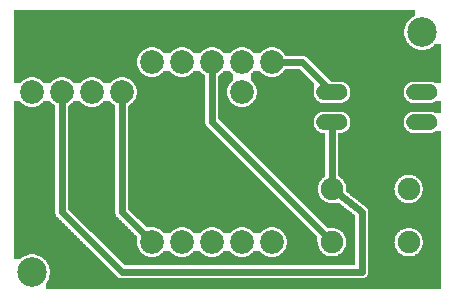
<source format=gbl>
G04 MADE WITH FRITZING*
G04 WWW.FRITZING.ORG*
G04 DOUBLE SIDED*
G04 HOLES PLATED*
G04 CONTOUR ON CENTER OF CONTOUR VECTOR*
%ASAXBY*%
%FSLAX23Y23*%
%MOIN*%
%OFA0B0*%
%SFA1.0B1.0*%
%ADD10C,0.075000*%
%ADD11C,0.052000*%
%ADD12C,0.079370*%
%ADD13C,0.098425*%
%ADD14C,0.024000*%
%ADD15R,0.001000X0.001000*%
%LNCOPPER0*%
G90*
G70*
G54D10*
X107Y900D03*
X1339Y184D03*
X1083Y184D03*
X1339Y361D03*
X1083Y361D03*
G54D11*
X1084Y684D03*
X1084Y584D03*
X1384Y584D03*
X1384Y684D03*
G54D12*
X784Y684D03*
X84Y684D03*
X184Y684D03*
X284Y684D03*
X384Y684D03*
X484Y784D03*
X584Y784D03*
X684Y784D03*
X784Y784D03*
X884Y784D03*
X484Y184D03*
X584Y184D03*
X684Y184D03*
X784Y184D03*
X884Y184D03*
G54D13*
X84Y84D03*
X1384Y884D03*
G54D14*
X384Y653D02*
X383Y284D01*
D02*
X383Y284D02*
X462Y205D01*
D02*
X1083Y390D02*
X1084Y557D01*
D02*
X184Y653D02*
X183Y283D01*
D02*
X183Y283D02*
X383Y85D01*
D02*
X383Y85D02*
X1084Y85D01*
D02*
X1084Y85D02*
X1183Y85D01*
D02*
X1183Y85D02*
X1183Y283D01*
D02*
X1183Y283D02*
X1106Y343D01*
D02*
X1065Y703D02*
X985Y783D01*
D02*
X985Y783D02*
X915Y784D01*
D02*
X683Y585D02*
X684Y753D01*
D02*
X1063Y204D02*
X985Y283D01*
D02*
X985Y283D02*
X683Y585D01*
G36*
X25Y957D02*
X25Y833D01*
X895Y833D01*
X895Y831D01*
X901Y831D01*
X901Y829D01*
X905Y829D01*
X905Y827D01*
X909Y827D01*
X909Y825D01*
X1371Y825D01*
X1371Y827D01*
X1363Y827D01*
X1363Y829D01*
X1359Y829D01*
X1359Y831D01*
X1355Y831D01*
X1355Y833D01*
X1351Y833D01*
X1351Y835D01*
X1349Y835D01*
X1349Y837D01*
X1347Y837D01*
X1347Y839D01*
X1343Y839D01*
X1343Y841D01*
X1341Y841D01*
X1341Y843D01*
X1339Y843D01*
X1339Y847D01*
X1337Y847D01*
X1337Y849D01*
X1335Y849D01*
X1335Y851D01*
X1333Y851D01*
X1333Y855D01*
X1331Y855D01*
X1331Y859D01*
X1329Y859D01*
X1329Y865D01*
X1327Y865D01*
X1327Y871D01*
X1325Y871D01*
X1325Y895D01*
X1327Y895D01*
X1327Y903D01*
X1329Y903D01*
X1329Y909D01*
X1331Y909D01*
X1331Y913D01*
X1333Y913D01*
X1333Y915D01*
X1335Y915D01*
X1335Y919D01*
X1337Y919D01*
X1337Y921D01*
X1339Y921D01*
X1339Y923D01*
X1341Y923D01*
X1341Y925D01*
X1343Y925D01*
X1343Y927D01*
X1345Y927D01*
X1345Y929D01*
X1347Y929D01*
X1347Y931D01*
X1349Y931D01*
X1349Y933D01*
X1353Y933D01*
X1353Y935D01*
X1357Y935D01*
X1357Y937D01*
X1361Y937D01*
X1361Y957D01*
X25Y957D01*
G37*
D02*
G36*
X1427Y845D02*
X1427Y843D01*
X1425Y843D01*
X1425Y841D01*
X1423Y841D01*
X1423Y839D01*
X1421Y839D01*
X1421Y837D01*
X1419Y837D01*
X1419Y835D01*
X1417Y835D01*
X1417Y833D01*
X1413Y833D01*
X1413Y831D01*
X1409Y831D01*
X1409Y829D01*
X1405Y829D01*
X1405Y827D01*
X1397Y827D01*
X1397Y825D01*
X1447Y825D01*
X1447Y845D01*
X1427Y845D01*
G37*
D02*
G36*
X25Y833D02*
X25Y733D01*
X295Y733D01*
X295Y731D01*
X301Y731D01*
X301Y729D01*
X305Y729D01*
X305Y727D01*
X309Y727D01*
X309Y725D01*
X313Y725D01*
X313Y723D01*
X315Y723D01*
X315Y721D01*
X317Y721D01*
X317Y719D01*
X319Y719D01*
X319Y717D01*
X321Y717D01*
X321Y715D01*
X323Y715D01*
X323Y713D01*
X345Y713D01*
X345Y715D01*
X347Y715D01*
X347Y717D01*
X349Y717D01*
X349Y719D01*
X351Y719D01*
X351Y721D01*
X353Y721D01*
X353Y723D01*
X355Y723D01*
X355Y725D01*
X359Y725D01*
X359Y727D01*
X363Y727D01*
X363Y729D01*
X367Y729D01*
X367Y731D01*
X373Y731D01*
X373Y733D01*
X481Y733D01*
X481Y735D01*
X471Y735D01*
X471Y737D01*
X465Y737D01*
X465Y739D01*
X461Y739D01*
X461Y741D01*
X457Y741D01*
X457Y743D01*
X455Y743D01*
X455Y745D01*
X451Y745D01*
X451Y747D01*
X449Y747D01*
X449Y749D01*
X447Y749D01*
X447Y751D01*
X445Y751D01*
X445Y755D01*
X443Y755D01*
X443Y757D01*
X441Y757D01*
X441Y761D01*
X439Y761D01*
X439Y765D01*
X437Y765D01*
X437Y771D01*
X435Y771D01*
X435Y797D01*
X437Y797D01*
X437Y803D01*
X439Y803D01*
X439Y807D01*
X441Y807D01*
X441Y811D01*
X443Y811D01*
X443Y813D01*
X445Y813D01*
X445Y815D01*
X447Y815D01*
X447Y817D01*
X449Y817D01*
X449Y819D01*
X451Y819D01*
X451Y821D01*
X453Y821D01*
X453Y823D01*
X455Y823D01*
X455Y825D01*
X459Y825D01*
X459Y827D01*
X463Y827D01*
X463Y829D01*
X467Y829D01*
X467Y831D01*
X473Y831D01*
X473Y833D01*
X25Y833D01*
G37*
D02*
G36*
X495Y833D02*
X495Y831D01*
X501Y831D01*
X501Y829D01*
X505Y829D01*
X505Y827D01*
X509Y827D01*
X509Y825D01*
X513Y825D01*
X513Y823D01*
X515Y823D01*
X515Y821D01*
X517Y821D01*
X517Y819D01*
X519Y819D01*
X519Y817D01*
X521Y817D01*
X521Y815D01*
X523Y815D01*
X523Y813D01*
X545Y813D01*
X545Y815D01*
X547Y815D01*
X547Y817D01*
X549Y817D01*
X549Y819D01*
X551Y819D01*
X551Y821D01*
X553Y821D01*
X553Y823D01*
X555Y823D01*
X555Y825D01*
X559Y825D01*
X559Y827D01*
X563Y827D01*
X563Y829D01*
X567Y829D01*
X567Y831D01*
X573Y831D01*
X573Y833D01*
X495Y833D01*
G37*
D02*
G36*
X595Y833D02*
X595Y831D01*
X601Y831D01*
X601Y829D01*
X605Y829D01*
X605Y827D01*
X609Y827D01*
X609Y825D01*
X613Y825D01*
X613Y823D01*
X615Y823D01*
X615Y821D01*
X617Y821D01*
X617Y819D01*
X619Y819D01*
X619Y817D01*
X621Y817D01*
X621Y815D01*
X623Y815D01*
X623Y813D01*
X645Y813D01*
X645Y815D01*
X647Y815D01*
X647Y817D01*
X649Y817D01*
X649Y819D01*
X651Y819D01*
X651Y821D01*
X653Y821D01*
X653Y823D01*
X655Y823D01*
X655Y825D01*
X659Y825D01*
X659Y827D01*
X663Y827D01*
X663Y829D01*
X667Y829D01*
X667Y831D01*
X673Y831D01*
X673Y833D01*
X595Y833D01*
G37*
D02*
G36*
X695Y833D02*
X695Y831D01*
X701Y831D01*
X701Y829D01*
X705Y829D01*
X705Y827D01*
X709Y827D01*
X709Y825D01*
X713Y825D01*
X713Y823D01*
X715Y823D01*
X715Y821D01*
X717Y821D01*
X717Y819D01*
X719Y819D01*
X719Y817D01*
X721Y817D01*
X721Y815D01*
X723Y815D01*
X723Y813D01*
X745Y813D01*
X745Y815D01*
X747Y815D01*
X747Y817D01*
X749Y817D01*
X749Y819D01*
X751Y819D01*
X751Y821D01*
X753Y821D01*
X753Y823D01*
X755Y823D01*
X755Y825D01*
X759Y825D01*
X759Y827D01*
X763Y827D01*
X763Y829D01*
X767Y829D01*
X767Y831D01*
X773Y831D01*
X773Y833D01*
X695Y833D01*
G37*
D02*
G36*
X795Y833D02*
X795Y831D01*
X801Y831D01*
X801Y829D01*
X805Y829D01*
X805Y827D01*
X809Y827D01*
X809Y825D01*
X813Y825D01*
X813Y823D01*
X815Y823D01*
X815Y821D01*
X817Y821D01*
X817Y819D01*
X819Y819D01*
X819Y817D01*
X821Y817D01*
X821Y815D01*
X823Y815D01*
X823Y813D01*
X845Y813D01*
X845Y815D01*
X847Y815D01*
X847Y817D01*
X849Y817D01*
X849Y819D01*
X851Y819D01*
X851Y821D01*
X853Y821D01*
X853Y823D01*
X855Y823D01*
X855Y825D01*
X859Y825D01*
X859Y827D01*
X863Y827D01*
X863Y829D01*
X867Y829D01*
X867Y831D01*
X873Y831D01*
X873Y833D01*
X795Y833D01*
G37*
D02*
G36*
X913Y825D02*
X913Y823D01*
X1447Y823D01*
X1447Y825D01*
X913Y825D01*
G37*
D02*
G36*
X913Y825D02*
X913Y823D01*
X1447Y823D01*
X1447Y825D01*
X913Y825D01*
G37*
D02*
G36*
X915Y823D02*
X915Y821D01*
X917Y821D01*
X917Y819D01*
X919Y819D01*
X919Y817D01*
X921Y817D01*
X921Y815D01*
X923Y815D01*
X923Y813D01*
X925Y813D01*
X925Y809D01*
X927Y809D01*
X927Y805D01*
X991Y805D01*
X991Y803D01*
X995Y803D01*
X995Y801D01*
X999Y801D01*
X999Y799D01*
X1001Y799D01*
X1001Y797D01*
X1003Y797D01*
X1003Y795D01*
X1005Y795D01*
X1005Y793D01*
X1007Y793D01*
X1007Y791D01*
X1009Y791D01*
X1009Y789D01*
X1011Y789D01*
X1011Y787D01*
X1013Y787D01*
X1013Y785D01*
X1015Y785D01*
X1015Y783D01*
X1017Y783D01*
X1017Y781D01*
X1019Y781D01*
X1019Y779D01*
X1021Y779D01*
X1021Y777D01*
X1023Y777D01*
X1023Y775D01*
X1025Y775D01*
X1025Y773D01*
X1027Y773D01*
X1027Y771D01*
X1029Y771D01*
X1029Y769D01*
X1031Y769D01*
X1031Y767D01*
X1033Y767D01*
X1033Y765D01*
X1035Y765D01*
X1035Y763D01*
X1037Y763D01*
X1037Y761D01*
X1039Y761D01*
X1039Y759D01*
X1041Y759D01*
X1041Y757D01*
X1043Y757D01*
X1043Y755D01*
X1045Y755D01*
X1045Y753D01*
X1047Y753D01*
X1047Y751D01*
X1049Y751D01*
X1049Y749D01*
X1051Y749D01*
X1051Y747D01*
X1053Y747D01*
X1053Y745D01*
X1055Y745D01*
X1055Y743D01*
X1057Y743D01*
X1057Y741D01*
X1059Y741D01*
X1059Y739D01*
X1061Y739D01*
X1061Y737D01*
X1063Y737D01*
X1063Y735D01*
X1065Y735D01*
X1065Y733D01*
X1067Y733D01*
X1067Y731D01*
X1069Y731D01*
X1069Y729D01*
X1071Y729D01*
X1071Y727D01*
X1073Y727D01*
X1073Y725D01*
X1075Y725D01*
X1075Y723D01*
X1077Y723D01*
X1077Y721D01*
X1079Y721D01*
X1079Y719D01*
X1419Y719D01*
X1419Y717D01*
X1425Y717D01*
X1425Y715D01*
X1447Y715D01*
X1447Y823D01*
X915Y823D01*
G37*
D02*
G36*
X927Y761D02*
X927Y757D01*
X925Y757D01*
X925Y755D01*
X923Y755D01*
X923Y753D01*
X921Y753D01*
X921Y749D01*
X919Y749D01*
X919Y747D01*
X915Y747D01*
X915Y745D01*
X913Y745D01*
X913Y743D01*
X911Y743D01*
X911Y741D01*
X907Y741D01*
X907Y739D01*
X903Y739D01*
X903Y737D01*
X897Y737D01*
X897Y735D01*
X885Y735D01*
X885Y733D01*
X1003Y733D01*
X1003Y735D01*
X1001Y735D01*
X1001Y737D01*
X999Y737D01*
X999Y739D01*
X997Y739D01*
X997Y741D01*
X995Y741D01*
X995Y743D01*
X993Y743D01*
X993Y745D01*
X991Y745D01*
X991Y747D01*
X989Y747D01*
X989Y749D01*
X987Y749D01*
X987Y751D01*
X985Y751D01*
X985Y753D01*
X983Y753D01*
X983Y755D01*
X981Y755D01*
X981Y757D01*
X979Y757D01*
X979Y759D01*
X977Y759D01*
X977Y761D01*
X927Y761D01*
G37*
D02*
G36*
X523Y755D02*
X523Y753D01*
X521Y753D01*
X521Y749D01*
X519Y749D01*
X519Y747D01*
X515Y747D01*
X515Y745D01*
X513Y745D01*
X513Y743D01*
X511Y743D01*
X511Y741D01*
X507Y741D01*
X507Y739D01*
X503Y739D01*
X503Y737D01*
X497Y737D01*
X497Y735D01*
X485Y735D01*
X485Y733D01*
X581Y733D01*
X581Y735D01*
X571Y735D01*
X571Y737D01*
X565Y737D01*
X565Y739D01*
X561Y739D01*
X561Y741D01*
X557Y741D01*
X557Y743D01*
X555Y743D01*
X555Y745D01*
X551Y745D01*
X551Y747D01*
X549Y747D01*
X549Y749D01*
X547Y749D01*
X547Y751D01*
X545Y751D01*
X545Y755D01*
X523Y755D01*
G37*
D02*
G36*
X623Y755D02*
X623Y753D01*
X621Y753D01*
X621Y749D01*
X619Y749D01*
X619Y747D01*
X615Y747D01*
X615Y745D01*
X613Y745D01*
X613Y743D01*
X611Y743D01*
X611Y741D01*
X607Y741D01*
X607Y739D01*
X603Y739D01*
X603Y737D01*
X597Y737D01*
X597Y735D01*
X585Y735D01*
X585Y733D01*
X661Y733D01*
X661Y741D01*
X657Y741D01*
X657Y743D01*
X655Y743D01*
X655Y745D01*
X651Y745D01*
X651Y747D01*
X649Y747D01*
X649Y749D01*
X647Y749D01*
X647Y751D01*
X645Y751D01*
X645Y755D01*
X623Y755D01*
G37*
D02*
G36*
X723Y755D02*
X723Y753D01*
X721Y753D01*
X721Y749D01*
X719Y749D01*
X719Y747D01*
X715Y747D01*
X715Y745D01*
X713Y745D01*
X713Y743D01*
X711Y743D01*
X711Y741D01*
X707Y741D01*
X707Y739D01*
X705Y739D01*
X705Y633D01*
X781Y633D01*
X781Y635D01*
X771Y635D01*
X771Y637D01*
X765Y637D01*
X765Y639D01*
X761Y639D01*
X761Y641D01*
X757Y641D01*
X757Y643D01*
X755Y643D01*
X755Y645D01*
X751Y645D01*
X751Y647D01*
X749Y647D01*
X749Y649D01*
X747Y649D01*
X747Y651D01*
X745Y651D01*
X745Y655D01*
X743Y655D01*
X743Y657D01*
X741Y657D01*
X741Y661D01*
X739Y661D01*
X739Y665D01*
X737Y665D01*
X737Y671D01*
X735Y671D01*
X735Y697D01*
X737Y697D01*
X737Y703D01*
X739Y703D01*
X739Y707D01*
X741Y707D01*
X741Y711D01*
X743Y711D01*
X743Y713D01*
X745Y713D01*
X745Y715D01*
X747Y715D01*
X747Y717D01*
X749Y717D01*
X749Y719D01*
X751Y719D01*
X751Y721D01*
X753Y721D01*
X753Y723D01*
X755Y723D01*
X755Y745D01*
X751Y745D01*
X751Y747D01*
X749Y747D01*
X749Y749D01*
X747Y749D01*
X747Y751D01*
X745Y751D01*
X745Y755D01*
X723Y755D01*
G37*
D02*
G36*
X823Y755D02*
X823Y753D01*
X821Y753D01*
X821Y749D01*
X819Y749D01*
X819Y747D01*
X815Y747D01*
X815Y745D01*
X813Y745D01*
X813Y733D01*
X881Y733D01*
X881Y735D01*
X871Y735D01*
X871Y737D01*
X865Y737D01*
X865Y739D01*
X861Y739D01*
X861Y741D01*
X857Y741D01*
X857Y743D01*
X855Y743D01*
X855Y745D01*
X851Y745D01*
X851Y747D01*
X849Y747D01*
X849Y749D01*
X847Y749D01*
X847Y751D01*
X845Y751D01*
X845Y755D01*
X823Y755D01*
G37*
D02*
G36*
X25Y733D02*
X25Y713D01*
X45Y713D01*
X45Y715D01*
X47Y715D01*
X47Y717D01*
X49Y717D01*
X49Y719D01*
X51Y719D01*
X51Y721D01*
X53Y721D01*
X53Y723D01*
X55Y723D01*
X55Y725D01*
X59Y725D01*
X59Y727D01*
X63Y727D01*
X63Y729D01*
X67Y729D01*
X67Y731D01*
X73Y731D01*
X73Y733D01*
X25Y733D01*
G37*
D02*
G36*
X95Y733D02*
X95Y731D01*
X101Y731D01*
X101Y729D01*
X105Y729D01*
X105Y727D01*
X109Y727D01*
X109Y725D01*
X113Y725D01*
X113Y723D01*
X115Y723D01*
X115Y721D01*
X117Y721D01*
X117Y719D01*
X119Y719D01*
X119Y717D01*
X121Y717D01*
X121Y715D01*
X123Y715D01*
X123Y713D01*
X145Y713D01*
X145Y715D01*
X147Y715D01*
X147Y717D01*
X149Y717D01*
X149Y719D01*
X151Y719D01*
X151Y721D01*
X153Y721D01*
X153Y723D01*
X155Y723D01*
X155Y725D01*
X159Y725D01*
X159Y727D01*
X163Y727D01*
X163Y729D01*
X167Y729D01*
X167Y731D01*
X173Y731D01*
X173Y733D01*
X95Y733D01*
G37*
D02*
G36*
X195Y733D02*
X195Y731D01*
X201Y731D01*
X201Y729D01*
X205Y729D01*
X205Y727D01*
X209Y727D01*
X209Y725D01*
X213Y725D01*
X213Y723D01*
X215Y723D01*
X215Y721D01*
X217Y721D01*
X217Y719D01*
X219Y719D01*
X219Y717D01*
X221Y717D01*
X221Y715D01*
X223Y715D01*
X223Y713D01*
X245Y713D01*
X245Y715D01*
X247Y715D01*
X247Y717D01*
X249Y717D01*
X249Y719D01*
X251Y719D01*
X251Y721D01*
X253Y721D01*
X253Y723D01*
X255Y723D01*
X255Y725D01*
X259Y725D01*
X259Y727D01*
X263Y727D01*
X263Y729D01*
X267Y729D01*
X267Y731D01*
X273Y731D01*
X273Y733D01*
X195Y733D01*
G37*
D02*
G36*
X395Y733D02*
X395Y731D01*
X661Y731D01*
X661Y733D01*
X395Y733D01*
G37*
D02*
G36*
X395Y733D02*
X395Y731D01*
X661Y731D01*
X661Y733D01*
X395Y733D01*
G37*
D02*
G36*
X395Y733D02*
X395Y731D01*
X661Y731D01*
X661Y733D01*
X395Y733D01*
G37*
D02*
G36*
X813Y733D02*
X813Y731D01*
X1005Y731D01*
X1005Y733D01*
X813Y733D01*
G37*
D02*
G36*
X813Y733D02*
X813Y731D01*
X1005Y731D01*
X1005Y733D01*
X813Y733D01*
G37*
D02*
G36*
X401Y731D02*
X401Y729D01*
X405Y729D01*
X405Y727D01*
X409Y727D01*
X409Y725D01*
X413Y725D01*
X413Y723D01*
X415Y723D01*
X415Y721D01*
X417Y721D01*
X417Y719D01*
X419Y719D01*
X419Y717D01*
X421Y717D01*
X421Y715D01*
X423Y715D01*
X423Y713D01*
X425Y713D01*
X425Y709D01*
X427Y709D01*
X427Y705D01*
X429Y705D01*
X429Y701D01*
X431Y701D01*
X431Y695D01*
X433Y695D01*
X433Y673D01*
X431Y673D01*
X431Y665D01*
X429Y665D01*
X429Y661D01*
X427Y661D01*
X427Y657D01*
X425Y657D01*
X425Y655D01*
X423Y655D01*
X423Y653D01*
X421Y653D01*
X421Y649D01*
X419Y649D01*
X419Y647D01*
X415Y647D01*
X415Y645D01*
X413Y645D01*
X413Y643D01*
X411Y643D01*
X411Y641D01*
X407Y641D01*
X407Y639D01*
X405Y639D01*
X405Y291D01*
X407Y291D01*
X407Y289D01*
X409Y289D01*
X409Y287D01*
X411Y287D01*
X411Y285D01*
X413Y285D01*
X413Y283D01*
X415Y283D01*
X415Y281D01*
X417Y281D01*
X417Y279D01*
X419Y279D01*
X419Y277D01*
X421Y277D01*
X421Y275D01*
X423Y275D01*
X423Y273D01*
X425Y273D01*
X425Y271D01*
X427Y271D01*
X427Y269D01*
X429Y269D01*
X429Y267D01*
X431Y267D01*
X431Y265D01*
X433Y265D01*
X433Y263D01*
X435Y263D01*
X435Y261D01*
X439Y261D01*
X439Y259D01*
X441Y259D01*
X441Y257D01*
X443Y257D01*
X443Y255D01*
X445Y255D01*
X445Y253D01*
X447Y253D01*
X447Y251D01*
X449Y251D01*
X449Y249D01*
X451Y249D01*
X451Y247D01*
X453Y247D01*
X453Y245D01*
X455Y245D01*
X455Y243D01*
X457Y243D01*
X457Y241D01*
X459Y241D01*
X459Y239D01*
X461Y239D01*
X461Y237D01*
X463Y237D01*
X463Y235D01*
X465Y235D01*
X465Y233D01*
X895Y233D01*
X895Y231D01*
X901Y231D01*
X901Y229D01*
X905Y229D01*
X905Y227D01*
X909Y227D01*
X909Y225D01*
X913Y225D01*
X913Y223D01*
X915Y223D01*
X915Y221D01*
X917Y221D01*
X917Y219D01*
X919Y219D01*
X919Y217D01*
X921Y217D01*
X921Y215D01*
X923Y215D01*
X923Y213D01*
X925Y213D01*
X925Y209D01*
X927Y209D01*
X927Y205D01*
X929Y205D01*
X929Y201D01*
X931Y201D01*
X931Y195D01*
X933Y195D01*
X933Y173D01*
X931Y173D01*
X931Y165D01*
X929Y165D01*
X929Y161D01*
X927Y161D01*
X927Y157D01*
X925Y157D01*
X925Y155D01*
X923Y155D01*
X923Y153D01*
X921Y153D01*
X921Y149D01*
X919Y149D01*
X919Y147D01*
X915Y147D01*
X915Y145D01*
X913Y145D01*
X913Y143D01*
X911Y143D01*
X911Y141D01*
X907Y141D01*
X907Y139D01*
X903Y139D01*
X903Y137D01*
X1071Y137D01*
X1071Y139D01*
X1065Y139D01*
X1065Y141D01*
X1061Y141D01*
X1061Y143D01*
X1057Y143D01*
X1057Y145D01*
X1055Y145D01*
X1055Y147D01*
X1053Y147D01*
X1053Y149D01*
X1049Y149D01*
X1049Y153D01*
X1047Y153D01*
X1047Y155D01*
X1045Y155D01*
X1045Y157D01*
X1043Y157D01*
X1043Y161D01*
X1041Y161D01*
X1041Y165D01*
X1039Y165D01*
X1039Y171D01*
X1037Y171D01*
X1037Y183D01*
X1035Y183D01*
X1035Y203D01*
X1033Y203D01*
X1033Y205D01*
X1031Y205D01*
X1031Y207D01*
X1029Y207D01*
X1029Y209D01*
X1027Y209D01*
X1027Y211D01*
X1025Y211D01*
X1025Y213D01*
X1023Y213D01*
X1023Y215D01*
X1021Y215D01*
X1021Y217D01*
X1019Y217D01*
X1019Y219D01*
X1017Y219D01*
X1017Y221D01*
X1015Y221D01*
X1015Y223D01*
X1013Y223D01*
X1013Y225D01*
X1011Y225D01*
X1011Y227D01*
X1009Y227D01*
X1009Y229D01*
X1007Y229D01*
X1007Y231D01*
X1005Y231D01*
X1005Y233D01*
X1003Y233D01*
X1003Y235D01*
X1001Y235D01*
X1001Y237D01*
X999Y237D01*
X999Y239D01*
X997Y239D01*
X997Y241D01*
X995Y241D01*
X995Y243D01*
X993Y243D01*
X993Y245D01*
X991Y245D01*
X991Y247D01*
X989Y247D01*
X989Y249D01*
X987Y249D01*
X987Y251D01*
X985Y251D01*
X985Y253D01*
X983Y253D01*
X983Y255D01*
X981Y255D01*
X981Y257D01*
X979Y257D01*
X979Y259D01*
X977Y259D01*
X977Y261D01*
X975Y261D01*
X975Y263D01*
X973Y263D01*
X973Y265D01*
X971Y265D01*
X971Y267D01*
X969Y267D01*
X969Y269D01*
X967Y269D01*
X967Y271D01*
X965Y271D01*
X965Y273D01*
X963Y273D01*
X963Y275D01*
X961Y275D01*
X961Y277D01*
X959Y277D01*
X959Y279D01*
X957Y279D01*
X957Y281D01*
X955Y281D01*
X955Y283D01*
X953Y283D01*
X953Y285D01*
X951Y285D01*
X951Y287D01*
X949Y287D01*
X949Y289D01*
X947Y289D01*
X947Y291D01*
X945Y291D01*
X945Y293D01*
X943Y293D01*
X943Y295D01*
X941Y295D01*
X941Y297D01*
X939Y297D01*
X939Y299D01*
X937Y299D01*
X937Y301D01*
X935Y301D01*
X935Y303D01*
X933Y303D01*
X933Y305D01*
X931Y305D01*
X931Y307D01*
X929Y307D01*
X929Y309D01*
X927Y309D01*
X927Y311D01*
X925Y311D01*
X925Y313D01*
X923Y313D01*
X923Y315D01*
X921Y315D01*
X921Y317D01*
X919Y317D01*
X919Y319D01*
X917Y319D01*
X917Y321D01*
X915Y321D01*
X915Y323D01*
X913Y323D01*
X913Y325D01*
X911Y325D01*
X911Y327D01*
X909Y327D01*
X909Y329D01*
X907Y329D01*
X907Y331D01*
X905Y331D01*
X905Y333D01*
X903Y333D01*
X903Y335D01*
X901Y335D01*
X901Y337D01*
X899Y337D01*
X899Y339D01*
X897Y339D01*
X897Y341D01*
X895Y341D01*
X895Y343D01*
X893Y343D01*
X893Y345D01*
X891Y345D01*
X891Y347D01*
X889Y347D01*
X889Y349D01*
X887Y349D01*
X887Y351D01*
X885Y351D01*
X885Y353D01*
X883Y353D01*
X883Y355D01*
X881Y355D01*
X881Y357D01*
X879Y357D01*
X879Y359D01*
X877Y359D01*
X877Y361D01*
X875Y361D01*
X875Y363D01*
X873Y363D01*
X873Y365D01*
X871Y365D01*
X871Y367D01*
X869Y367D01*
X869Y369D01*
X867Y369D01*
X867Y371D01*
X865Y371D01*
X865Y373D01*
X863Y373D01*
X863Y375D01*
X861Y375D01*
X861Y377D01*
X859Y377D01*
X859Y379D01*
X857Y379D01*
X857Y381D01*
X855Y381D01*
X855Y383D01*
X853Y383D01*
X853Y385D01*
X851Y385D01*
X851Y387D01*
X849Y387D01*
X849Y389D01*
X847Y389D01*
X847Y391D01*
X845Y391D01*
X845Y393D01*
X843Y393D01*
X843Y395D01*
X841Y395D01*
X841Y397D01*
X839Y397D01*
X839Y399D01*
X837Y399D01*
X837Y401D01*
X835Y401D01*
X835Y403D01*
X833Y403D01*
X833Y405D01*
X831Y405D01*
X831Y407D01*
X829Y407D01*
X829Y409D01*
X827Y409D01*
X827Y411D01*
X825Y411D01*
X825Y413D01*
X823Y413D01*
X823Y415D01*
X821Y415D01*
X821Y417D01*
X819Y417D01*
X819Y419D01*
X817Y419D01*
X817Y421D01*
X815Y421D01*
X815Y423D01*
X813Y423D01*
X813Y425D01*
X811Y425D01*
X811Y427D01*
X809Y427D01*
X809Y429D01*
X807Y429D01*
X807Y431D01*
X805Y431D01*
X805Y433D01*
X803Y433D01*
X803Y435D01*
X801Y435D01*
X801Y437D01*
X799Y437D01*
X799Y439D01*
X797Y439D01*
X797Y441D01*
X795Y441D01*
X795Y443D01*
X793Y443D01*
X793Y445D01*
X791Y445D01*
X791Y447D01*
X789Y447D01*
X789Y449D01*
X787Y449D01*
X787Y451D01*
X785Y451D01*
X785Y453D01*
X783Y453D01*
X783Y455D01*
X781Y455D01*
X781Y457D01*
X779Y457D01*
X779Y459D01*
X777Y459D01*
X777Y461D01*
X775Y461D01*
X775Y463D01*
X773Y463D01*
X773Y465D01*
X771Y465D01*
X771Y467D01*
X769Y467D01*
X769Y469D01*
X767Y469D01*
X767Y471D01*
X765Y471D01*
X765Y473D01*
X763Y473D01*
X763Y475D01*
X761Y475D01*
X761Y477D01*
X759Y477D01*
X759Y479D01*
X757Y479D01*
X757Y481D01*
X755Y481D01*
X755Y483D01*
X753Y483D01*
X753Y485D01*
X751Y485D01*
X751Y487D01*
X749Y487D01*
X749Y489D01*
X747Y489D01*
X747Y491D01*
X745Y491D01*
X745Y493D01*
X743Y493D01*
X743Y495D01*
X741Y495D01*
X741Y497D01*
X739Y497D01*
X739Y499D01*
X737Y499D01*
X737Y501D01*
X735Y501D01*
X735Y503D01*
X733Y503D01*
X733Y505D01*
X731Y505D01*
X731Y507D01*
X729Y507D01*
X729Y509D01*
X727Y509D01*
X727Y511D01*
X725Y511D01*
X725Y513D01*
X723Y513D01*
X723Y515D01*
X721Y515D01*
X721Y517D01*
X719Y517D01*
X719Y519D01*
X717Y519D01*
X717Y521D01*
X715Y521D01*
X715Y523D01*
X713Y523D01*
X713Y525D01*
X711Y525D01*
X711Y527D01*
X709Y527D01*
X709Y529D01*
X707Y529D01*
X707Y531D01*
X705Y531D01*
X705Y533D01*
X703Y533D01*
X703Y535D01*
X701Y535D01*
X701Y537D01*
X699Y537D01*
X699Y539D01*
X697Y539D01*
X697Y541D01*
X695Y541D01*
X695Y543D01*
X693Y543D01*
X693Y545D01*
X691Y545D01*
X691Y547D01*
X689Y547D01*
X689Y549D01*
X687Y549D01*
X687Y551D01*
X685Y551D01*
X685Y553D01*
X683Y553D01*
X683Y555D01*
X681Y555D01*
X681Y557D01*
X679Y557D01*
X679Y559D01*
X677Y559D01*
X677Y561D01*
X675Y561D01*
X675Y563D01*
X673Y563D01*
X673Y565D01*
X671Y565D01*
X671Y567D01*
X669Y567D01*
X669Y569D01*
X667Y569D01*
X667Y571D01*
X665Y571D01*
X665Y573D01*
X663Y573D01*
X663Y579D01*
X661Y579D01*
X661Y731D01*
X401Y731D01*
G37*
D02*
G36*
X813Y731D02*
X813Y723D01*
X815Y723D01*
X815Y721D01*
X817Y721D01*
X817Y719D01*
X819Y719D01*
X819Y717D01*
X821Y717D01*
X821Y715D01*
X823Y715D01*
X823Y713D01*
X825Y713D01*
X825Y709D01*
X827Y709D01*
X827Y705D01*
X829Y705D01*
X829Y701D01*
X831Y701D01*
X831Y695D01*
X833Y695D01*
X833Y673D01*
X831Y673D01*
X831Y665D01*
X829Y665D01*
X829Y661D01*
X827Y661D01*
X827Y657D01*
X825Y657D01*
X825Y655D01*
X823Y655D01*
X823Y653D01*
X821Y653D01*
X821Y649D01*
X819Y649D01*
X819Y647D01*
X1055Y647D01*
X1055Y649D01*
X1045Y649D01*
X1045Y651D01*
X1041Y651D01*
X1041Y653D01*
X1037Y653D01*
X1037Y655D01*
X1035Y655D01*
X1035Y657D01*
X1033Y657D01*
X1033Y659D01*
X1031Y659D01*
X1031Y661D01*
X1029Y661D01*
X1029Y663D01*
X1027Y663D01*
X1027Y667D01*
X1025Y667D01*
X1025Y673D01*
X1023Y673D01*
X1023Y683D01*
X1021Y683D01*
X1021Y685D01*
X1023Y685D01*
X1023Y715D01*
X1021Y715D01*
X1021Y717D01*
X1019Y717D01*
X1019Y719D01*
X1017Y719D01*
X1017Y721D01*
X1015Y721D01*
X1015Y723D01*
X1013Y723D01*
X1013Y725D01*
X1011Y725D01*
X1011Y727D01*
X1009Y727D01*
X1009Y729D01*
X1007Y729D01*
X1007Y731D01*
X813Y731D01*
G37*
D02*
G36*
X1119Y719D02*
X1119Y717D01*
X1125Y717D01*
X1125Y715D01*
X1129Y715D01*
X1129Y713D01*
X1131Y713D01*
X1131Y711D01*
X1135Y711D01*
X1135Y709D01*
X1137Y709D01*
X1137Y705D01*
X1139Y705D01*
X1139Y703D01*
X1141Y703D01*
X1141Y699D01*
X1143Y699D01*
X1143Y693D01*
X1145Y693D01*
X1145Y673D01*
X1143Y673D01*
X1143Y669D01*
X1141Y669D01*
X1141Y665D01*
X1139Y665D01*
X1139Y661D01*
X1137Y661D01*
X1137Y659D01*
X1135Y659D01*
X1135Y657D01*
X1133Y657D01*
X1133Y655D01*
X1131Y655D01*
X1131Y653D01*
X1127Y653D01*
X1127Y651D01*
X1121Y651D01*
X1121Y649D01*
X1113Y649D01*
X1113Y647D01*
X1355Y647D01*
X1355Y649D01*
X1345Y649D01*
X1345Y651D01*
X1341Y651D01*
X1341Y653D01*
X1337Y653D01*
X1337Y655D01*
X1335Y655D01*
X1335Y657D01*
X1333Y657D01*
X1333Y659D01*
X1331Y659D01*
X1331Y661D01*
X1329Y661D01*
X1329Y663D01*
X1327Y663D01*
X1327Y667D01*
X1325Y667D01*
X1325Y673D01*
X1323Y673D01*
X1323Y683D01*
X1321Y683D01*
X1321Y685D01*
X1323Y685D01*
X1323Y695D01*
X1325Y695D01*
X1325Y699D01*
X1327Y699D01*
X1327Y703D01*
X1329Y703D01*
X1329Y707D01*
X1331Y707D01*
X1331Y709D01*
X1333Y709D01*
X1333Y711D01*
X1337Y711D01*
X1337Y713D01*
X1339Y713D01*
X1339Y715D01*
X1343Y715D01*
X1343Y717D01*
X1349Y717D01*
X1349Y719D01*
X1119Y719D01*
G37*
D02*
G36*
X25Y655D02*
X25Y633D01*
X81Y633D01*
X81Y635D01*
X71Y635D01*
X71Y637D01*
X65Y637D01*
X65Y639D01*
X61Y639D01*
X61Y641D01*
X57Y641D01*
X57Y643D01*
X55Y643D01*
X55Y645D01*
X51Y645D01*
X51Y647D01*
X49Y647D01*
X49Y649D01*
X47Y649D01*
X47Y651D01*
X45Y651D01*
X45Y655D01*
X25Y655D01*
G37*
D02*
G36*
X123Y655D02*
X123Y653D01*
X121Y653D01*
X121Y649D01*
X119Y649D01*
X119Y647D01*
X115Y647D01*
X115Y645D01*
X113Y645D01*
X113Y643D01*
X111Y643D01*
X111Y641D01*
X107Y641D01*
X107Y639D01*
X103Y639D01*
X103Y637D01*
X97Y637D01*
X97Y635D01*
X85Y635D01*
X85Y633D01*
X161Y633D01*
X161Y641D01*
X157Y641D01*
X157Y643D01*
X155Y643D01*
X155Y645D01*
X151Y645D01*
X151Y647D01*
X149Y647D01*
X149Y649D01*
X147Y649D01*
X147Y651D01*
X145Y651D01*
X145Y655D01*
X123Y655D01*
G37*
D02*
G36*
X223Y655D02*
X223Y653D01*
X221Y653D01*
X221Y649D01*
X219Y649D01*
X219Y647D01*
X215Y647D01*
X215Y645D01*
X213Y645D01*
X213Y643D01*
X211Y643D01*
X211Y641D01*
X207Y641D01*
X207Y639D01*
X205Y639D01*
X205Y633D01*
X281Y633D01*
X281Y635D01*
X271Y635D01*
X271Y637D01*
X265Y637D01*
X265Y639D01*
X261Y639D01*
X261Y641D01*
X257Y641D01*
X257Y643D01*
X255Y643D01*
X255Y645D01*
X251Y645D01*
X251Y647D01*
X249Y647D01*
X249Y649D01*
X247Y649D01*
X247Y651D01*
X245Y651D01*
X245Y655D01*
X223Y655D01*
G37*
D02*
G36*
X323Y655D02*
X323Y653D01*
X321Y653D01*
X321Y649D01*
X319Y649D01*
X319Y647D01*
X315Y647D01*
X315Y645D01*
X313Y645D01*
X313Y643D01*
X311Y643D01*
X311Y641D01*
X307Y641D01*
X307Y639D01*
X303Y639D01*
X303Y637D01*
X297Y637D01*
X297Y635D01*
X285Y635D01*
X285Y633D01*
X361Y633D01*
X361Y641D01*
X357Y641D01*
X357Y643D01*
X355Y643D01*
X355Y645D01*
X351Y645D01*
X351Y647D01*
X349Y647D01*
X349Y649D01*
X347Y649D01*
X347Y651D01*
X345Y651D01*
X345Y655D01*
X323Y655D01*
G37*
D02*
G36*
X1427Y653D02*
X1427Y651D01*
X1421Y651D01*
X1421Y649D01*
X1413Y649D01*
X1413Y647D01*
X1447Y647D01*
X1447Y653D01*
X1427Y653D01*
G37*
D02*
G36*
X815Y647D02*
X815Y645D01*
X1447Y645D01*
X1447Y647D01*
X815Y647D01*
G37*
D02*
G36*
X815Y647D02*
X815Y645D01*
X1447Y645D01*
X1447Y647D01*
X815Y647D01*
G37*
D02*
G36*
X815Y647D02*
X815Y645D01*
X1447Y645D01*
X1447Y647D01*
X815Y647D01*
G37*
D02*
G36*
X813Y645D02*
X813Y643D01*
X811Y643D01*
X811Y641D01*
X807Y641D01*
X807Y639D01*
X803Y639D01*
X803Y637D01*
X797Y637D01*
X797Y635D01*
X785Y635D01*
X785Y633D01*
X1447Y633D01*
X1447Y645D01*
X813Y645D01*
G37*
D02*
G36*
X25Y633D02*
X25Y631D01*
X161Y631D01*
X161Y633D01*
X25Y633D01*
G37*
D02*
G36*
X25Y633D02*
X25Y631D01*
X161Y631D01*
X161Y633D01*
X25Y633D01*
G37*
D02*
G36*
X205Y633D02*
X205Y631D01*
X361Y631D01*
X361Y633D01*
X205Y633D01*
G37*
D02*
G36*
X205Y633D02*
X205Y631D01*
X361Y631D01*
X361Y633D01*
X205Y633D01*
G37*
D02*
G36*
X705Y633D02*
X705Y631D01*
X1447Y631D01*
X1447Y633D01*
X705Y633D01*
G37*
D02*
G36*
X705Y633D02*
X705Y631D01*
X1447Y631D01*
X1447Y633D01*
X705Y633D01*
G37*
D02*
G36*
X25Y631D02*
X25Y143D01*
X93Y143D01*
X93Y141D01*
X101Y141D01*
X101Y139D01*
X107Y139D01*
X107Y137D01*
X111Y137D01*
X111Y135D01*
X115Y135D01*
X115Y133D01*
X117Y133D01*
X117Y131D01*
X121Y131D01*
X121Y129D01*
X123Y129D01*
X123Y127D01*
X125Y127D01*
X125Y125D01*
X127Y125D01*
X127Y123D01*
X129Y123D01*
X129Y121D01*
X131Y121D01*
X131Y117D01*
X133Y117D01*
X133Y115D01*
X135Y115D01*
X135Y111D01*
X137Y111D01*
X137Y107D01*
X139Y107D01*
X139Y103D01*
X141Y103D01*
X141Y93D01*
X143Y93D01*
X143Y73D01*
X141Y73D01*
X141Y65D01*
X139Y65D01*
X139Y63D01*
X377Y63D01*
X377Y65D01*
X371Y65D01*
X371Y67D01*
X369Y67D01*
X369Y69D01*
X367Y69D01*
X367Y71D01*
X365Y71D01*
X365Y73D01*
X363Y73D01*
X363Y75D01*
X361Y75D01*
X361Y77D01*
X359Y77D01*
X359Y79D01*
X357Y79D01*
X357Y81D01*
X355Y81D01*
X355Y83D01*
X353Y83D01*
X353Y85D01*
X351Y85D01*
X351Y87D01*
X349Y87D01*
X349Y89D01*
X347Y89D01*
X347Y91D01*
X345Y91D01*
X345Y93D01*
X343Y93D01*
X343Y95D01*
X341Y95D01*
X341Y97D01*
X339Y97D01*
X339Y99D01*
X337Y99D01*
X337Y101D01*
X335Y101D01*
X335Y103D01*
X333Y103D01*
X333Y105D01*
X331Y105D01*
X331Y107D01*
X329Y107D01*
X329Y109D01*
X327Y109D01*
X327Y111D01*
X325Y111D01*
X325Y113D01*
X323Y113D01*
X323Y115D01*
X321Y115D01*
X321Y117D01*
X319Y117D01*
X319Y119D01*
X317Y119D01*
X317Y121D01*
X315Y121D01*
X315Y123D01*
X313Y123D01*
X313Y125D01*
X311Y125D01*
X311Y127D01*
X309Y127D01*
X309Y129D01*
X307Y129D01*
X307Y131D01*
X305Y131D01*
X305Y133D01*
X303Y133D01*
X303Y135D01*
X301Y135D01*
X301Y137D01*
X299Y137D01*
X299Y139D01*
X297Y139D01*
X297Y141D01*
X295Y141D01*
X295Y143D01*
X293Y143D01*
X293Y145D01*
X291Y145D01*
X291Y147D01*
X289Y147D01*
X289Y149D01*
X287Y149D01*
X287Y151D01*
X285Y151D01*
X285Y153D01*
X283Y153D01*
X283Y155D01*
X281Y155D01*
X281Y157D01*
X279Y157D01*
X279Y159D01*
X277Y159D01*
X277Y161D01*
X275Y161D01*
X275Y163D01*
X271Y163D01*
X271Y165D01*
X269Y165D01*
X269Y167D01*
X267Y167D01*
X267Y169D01*
X265Y169D01*
X265Y171D01*
X263Y171D01*
X263Y173D01*
X261Y173D01*
X261Y175D01*
X259Y175D01*
X259Y177D01*
X257Y177D01*
X257Y179D01*
X255Y179D01*
X255Y181D01*
X253Y181D01*
X253Y183D01*
X251Y183D01*
X251Y185D01*
X249Y185D01*
X249Y187D01*
X247Y187D01*
X247Y189D01*
X245Y189D01*
X245Y191D01*
X243Y191D01*
X243Y193D01*
X241Y193D01*
X241Y195D01*
X239Y195D01*
X239Y197D01*
X237Y197D01*
X237Y199D01*
X235Y199D01*
X235Y201D01*
X233Y201D01*
X233Y203D01*
X231Y203D01*
X231Y205D01*
X229Y205D01*
X229Y207D01*
X227Y207D01*
X227Y209D01*
X225Y209D01*
X225Y211D01*
X223Y211D01*
X223Y213D01*
X221Y213D01*
X221Y215D01*
X219Y215D01*
X219Y217D01*
X217Y217D01*
X217Y219D01*
X215Y219D01*
X215Y221D01*
X213Y221D01*
X213Y223D01*
X211Y223D01*
X211Y225D01*
X209Y225D01*
X209Y227D01*
X207Y227D01*
X207Y229D01*
X205Y229D01*
X205Y231D01*
X203Y231D01*
X203Y233D01*
X201Y233D01*
X201Y235D01*
X199Y235D01*
X199Y237D01*
X197Y237D01*
X197Y239D01*
X195Y239D01*
X195Y241D01*
X193Y241D01*
X193Y243D01*
X191Y243D01*
X191Y245D01*
X189Y245D01*
X189Y247D01*
X187Y247D01*
X187Y249D01*
X185Y249D01*
X185Y251D01*
X183Y251D01*
X183Y253D01*
X181Y253D01*
X181Y255D01*
X179Y255D01*
X179Y257D01*
X177Y257D01*
X177Y259D01*
X175Y259D01*
X175Y261D01*
X173Y261D01*
X173Y263D01*
X171Y263D01*
X171Y265D01*
X169Y265D01*
X169Y267D01*
X167Y267D01*
X167Y269D01*
X165Y269D01*
X165Y273D01*
X163Y273D01*
X163Y277D01*
X161Y277D01*
X161Y631D01*
X25Y631D01*
G37*
D02*
G36*
X205Y631D02*
X205Y291D01*
X207Y291D01*
X207Y289D01*
X209Y289D01*
X209Y287D01*
X211Y287D01*
X211Y285D01*
X213Y285D01*
X213Y283D01*
X215Y283D01*
X215Y281D01*
X217Y281D01*
X217Y279D01*
X219Y279D01*
X219Y277D01*
X221Y277D01*
X221Y275D01*
X223Y275D01*
X223Y273D01*
X225Y273D01*
X225Y271D01*
X227Y271D01*
X227Y269D01*
X229Y269D01*
X229Y267D01*
X231Y267D01*
X231Y265D01*
X233Y265D01*
X233Y263D01*
X235Y263D01*
X235Y261D01*
X237Y261D01*
X237Y259D01*
X239Y259D01*
X239Y257D01*
X241Y257D01*
X241Y255D01*
X243Y255D01*
X243Y253D01*
X245Y253D01*
X245Y251D01*
X247Y251D01*
X247Y249D01*
X249Y249D01*
X249Y247D01*
X251Y247D01*
X251Y245D01*
X253Y245D01*
X253Y243D01*
X255Y243D01*
X255Y241D01*
X257Y241D01*
X257Y239D01*
X259Y239D01*
X259Y237D01*
X261Y237D01*
X261Y235D01*
X263Y235D01*
X263Y233D01*
X265Y233D01*
X265Y231D01*
X267Y231D01*
X267Y229D01*
X269Y229D01*
X269Y227D01*
X271Y227D01*
X271Y225D01*
X273Y225D01*
X273Y223D01*
X275Y223D01*
X275Y221D01*
X277Y221D01*
X277Y219D01*
X281Y219D01*
X281Y217D01*
X283Y217D01*
X283Y215D01*
X285Y215D01*
X285Y213D01*
X287Y213D01*
X287Y211D01*
X289Y211D01*
X289Y209D01*
X291Y209D01*
X291Y207D01*
X293Y207D01*
X293Y205D01*
X295Y205D01*
X295Y203D01*
X297Y203D01*
X297Y201D01*
X299Y201D01*
X299Y199D01*
X301Y199D01*
X301Y197D01*
X303Y197D01*
X303Y195D01*
X305Y195D01*
X305Y193D01*
X307Y193D01*
X307Y191D01*
X309Y191D01*
X309Y189D01*
X311Y189D01*
X311Y187D01*
X313Y187D01*
X313Y185D01*
X315Y185D01*
X315Y183D01*
X317Y183D01*
X317Y181D01*
X319Y181D01*
X319Y179D01*
X321Y179D01*
X321Y177D01*
X323Y177D01*
X323Y175D01*
X325Y175D01*
X325Y173D01*
X327Y173D01*
X327Y171D01*
X329Y171D01*
X329Y169D01*
X331Y169D01*
X331Y167D01*
X333Y167D01*
X333Y165D01*
X335Y165D01*
X335Y163D01*
X337Y163D01*
X337Y161D01*
X339Y161D01*
X339Y159D01*
X341Y159D01*
X341Y157D01*
X343Y157D01*
X343Y155D01*
X345Y155D01*
X345Y153D01*
X347Y153D01*
X347Y151D01*
X349Y151D01*
X349Y149D01*
X351Y149D01*
X351Y147D01*
X353Y147D01*
X353Y145D01*
X355Y145D01*
X355Y143D01*
X357Y143D01*
X357Y141D01*
X359Y141D01*
X359Y139D01*
X361Y139D01*
X361Y137D01*
X363Y137D01*
X363Y135D01*
X365Y135D01*
X365Y133D01*
X481Y133D01*
X481Y135D01*
X471Y135D01*
X471Y137D01*
X465Y137D01*
X465Y139D01*
X461Y139D01*
X461Y141D01*
X457Y141D01*
X457Y143D01*
X455Y143D01*
X455Y145D01*
X451Y145D01*
X451Y147D01*
X449Y147D01*
X449Y149D01*
X447Y149D01*
X447Y151D01*
X445Y151D01*
X445Y155D01*
X443Y155D01*
X443Y157D01*
X441Y157D01*
X441Y161D01*
X439Y161D01*
X439Y165D01*
X437Y165D01*
X437Y171D01*
X435Y171D01*
X435Y201D01*
X433Y201D01*
X433Y203D01*
X431Y203D01*
X431Y205D01*
X429Y205D01*
X429Y207D01*
X427Y207D01*
X427Y209D01*
X425Y209D01*
X425Y211D01*
X423Y211D01*
X423Y213D01*
X421Y213D01*
X421Y215D01*
X419Y215D01*
X419Y217D01*
X417Y217D01*
X417Y219D01*
X415Y219D01*
X415Y221D01*
X413Y221D01*
X413Y223D01*
X411Y223D01*
X411Y225D01*
X409Y225D01*
X409Y227D01*
X407Y227D01*
X407Y229D01*
X405Y229D01*
X405Y231D01*
X403Y231D01*
X403Y233D01*
X401Y233D01*
X401Y235D01*
X399Y235D01*
X399Y237D01*
X397Y237D01*
X397Y239D01*
X395Y239D01*
X395Y241D01*
X393Y241D01*
X393Y243D01*
X391Y243D01*
X391Y245D01*
X389Y245D01*
X389Y247D01*
X387Y247D01*
X387Y249D01*
X385Y249D01*
X385Y251D01*
X383Y251D01*
X383Y253D01*
X381Y253D01*
X381Y255D01*
X379Y255D01*
X379Y257D01*
X377Y257D01*
X377Y259D01*
X375Y259D01*
X375Y261D01*
X373Y261D01*
X373Y263D01*
X371Y263D01*
X371Y265D01*
X369Y265D01*
X369Y267D01*
X367Y267D01*
X367Y269D01*
X365Y269D01*
X365Y273D01*
X363Y273D01*
X363Y277D01*
X361Y277D01*
X361Y631D01*
X205Y631D01*
G37*
D02*
G36*
X705Y631D02*
X705Y619D01*
X1419Y619D01*
X1419Y617D01*
X1425Y617D01*
X1425Y615D01*
X1447Y615D01*
X1447Y631D01*
X705Y631D01*
G37*
D02*
G36*
X705Y619D02*
X705Y593D01*
X707Y593D01*
X707Y591D01*
X709Y591D01*
X709Y589D01*
X711Y589D01*
X711Y587D01*
X713Y587D01*
X713Y585D01*
X715Y585D01*
X715Y583D01*
X717Y583D01*
X717Y581D01*
X719Y581D01*
X719Y579D01*
X721Y579D01*
X721Y577D01*
X723Y577D01*
X723Y575D01*
X725Y575D01*
X725Y573D01*
X727Y573D01*
X727Y571D01*
X729Y571D01*
X729Y569D01*
X731Y569D01*
X731Y567D01*
X733Y567D01*
X733Y565D01*
X735Y565D01*
X735Y563D01*
X737Y563D01*
X737Y561D01*
X739Y561D01*
X739Y559D01*
X741Y559D01*
X741Y557D01*
X743Y557D01*
X743Y555D01*
X745Y555D01*
X745Y553D01*
X747Y553D01*
X747Y551D01*
X749Y551D01*
X749Y549D01*
X751Y549D01*
X751Y547D01*
X753Y547D01*
X753Y545D01*
X755Y545D01*
X755Y543D01*
X757Y543D01*
X757Y541D01*
X759Y541D01*
X759Y539D01*
X761Y539D01*
X761Y537D01*
X763Y537D01*
X763Y535D01*
X765Y535D01*
X765Y533D01*
X767Y533D01*
X767Y531D01*
X769Y531D01*
X769Y529D01*
X771Y529D01*
X771Y527D01*
X773Y527D01*
X773Y525D01*
X775Y525D01*
X775Y523D01*
X777Y523D01*
X777Y521D01*
X779Y521D01*
X779Y519D01*
X781Y519D01*
X781Y517D01*
X783Y517D01*
X783Y515D01*
X785Y515D01*
X785Y513D01*
X787Y513D01*
X787Y511D01*
X789Y511D01*
X789Y509D01*
X791Y509D01*
X791Y507D01*
X793Y507D01*
X793Y505D01*
X795Y505D01*
X795Y503D01*
X797Y503D01*
X797Y501D01*
X799Y501D01*
X799Y499D01*
X801Y499D01*
X801Y497D01*
X803Y497D01*
X803Y495D01*
X805Y495D01*
X805Y493D01*
X807Y493D01*
X807Y491D01*
X809Y491D01*
X809Y489D01*
X811Y489D01*
X811Y487D01*
X813Y487D01*
X813Y485D01*
X815Y485D01*
X815Y483D01*
X817Y483D01*
X817Y481D01*
X819Y481D01*
X819Y479D01*
X821Y479D01*
X821Y477D01*
X823Y477D01*
X823Y475D01*
X825Y475D01*
X825Y473D01*
X827Y473D01*
X827Y471D01*
X829Y471D01*
X829Y469D01*
X831Y469D01*
X831Y467D01*
X833Y467D01*
X833Y465D01*
X835Y465D01*
X835Y463D01*
X837Y463D01*
X837Y461D01*
X839Y461D01*
X839Y459D01*
X841Y459D01*
X841Y457D01*
X843Y457D01*
X843Y455D01*
X845Y455D01*
X845Y453D01*
X847Y453D01*
X847Y451D01*
X849Y451D01*
X849Y449D01*
X851Y449D01*
X851Y447D01*
X853Y447D01*
X853Y445D01*
X855Y445D01*
X855Y443D01*
X857Y443D01*
X857Y441D01*
X859Y441D01*
X859Y439D01*
X861Y439D01*
X861Y437D01*
X863Y437D01*
X863Y435D01*
X865Y435D01*
X865Y433D01*
X867Y433D01*
X867Y431D01*
X869Y431D01*
X869Y429D01*
X871Y429D01*
X871Y427D01*
X873Y427D01*
X873Y425D01*
X875Y425D01*
X875Y423D01*
X877Y423D01*
X877Y421D01*
X879Y421D01*
X879Y419D01*
X881Y419D01*
X881Y417D01*
X883Y417D01*
X883Y415D01*
X885Y415D01*
X885Y413D01*
X887Y413D01*
X887Y411D01*
X889Y411D01*
X889Y409D01*
X891Y409D01*
X891Y407D01*
X893Y407D01*
X893Y405D01*
X895Y405D01*
X895Y403D01*
X897Y403D01*
X897Y401D01*
X899Y401D01*
X899Y399D01*
X901Y399D01*
X901Y397D01*
X903Y397D01*
X903Y395D01*
X905Y395D01*
X905Y393D01*
X907Y393D01*
X907Y391D01*
X909Y391D01*
X909Y389D01*
X911Y389D01*
X911Y387D01*
X913Y387D01*
X913Y385D01*
X915Y385D01*
X915Y383D01*
X917Y383D01*
X917Y381D01*
X919Y381D01*
X919Y379D01*
X921Y379D01*
X921Y377D01*
X923Y377D01*
X923Y375D01*
X925Y375D01*
X925Y373D01*
X927Y373D01*
X927Y371D01*
X929Y371D01*
X929Y369D01*
X931Y369D01*
X931Y367D01*
X933Y367D01*
X933Y365D01*
X935Y365D01*
X935Y363D01*
X937Y363D01*
X937Y361D01*
X939Y361D01*
X939Y359D01*
X941Y359D01*
X941Y357D01*
X943Y357D01*
X943Y355D01*
X945Y355D01*
X945Y353D01*
X947Y353D01*
X947Y351D01*
X949Y351D01*
X949Y349D01*
X951Y349D01*
X951Y347D01*
X953Y347D01*
X953Y345D01*
X955Y345D01*
X955Y343D01*
X957Y343D01*
X957Y341D01*
X959Y341D01*
X959Y339D01*
X961Y339D01*
X961Y337D01*
X963Y337D01*
X963Y335D01*
X965Y335D01*
X965Y333D01*
X967Y333D01*
X967Y331D01*
X969Y331D01*
X969Y329D01*
X971Y329D01*
X971Y327D01*
X973Y327D01*
X973Y325D01*
X975Y325D01*
X975Y323D01*
X977Y323D01*
X977Y321D01*
X979Y321D01*
X979Y319D01*
X981Y319D01*
X981Y317D01*
X983Y317D01*
X983Y315D01*
X985Y315D01*
X985Y313D01*
X987Y313D01*
X987Y311D01*
X989Y311D01*
X989Y309D01*
X991Y309D01*
X991Y307D01*
X993Y307D01*
X993Y305D01*
X995Y305D01*
X995Y303D01*
X997Y303D01*
X997Y301D01*
X999Y301D01*
X999Y299D01*
X1001Y299D01*
X1001Y297D01*
X1003Y297D01*
X1003Y295D01*
X1005Y295D01*
X1005Y293D01*
X1007Y293D01*
X1007Y291D01*
X1009Y291D01*
X1009Y289D01*
X1011Y289D01*
X1011Y287D01*
X1013Y287D01*
X1013Y285D01*
X1015Y285D01*
X1015Y283D01*
X1017Y283D01*
X1017Y281D01*
X1019Y281D01*
X1019Y279D01*
X1021Y279D01*
X1021Y277D01*
X1023Y277D01*
X1023Y275D01*
X1025Y275D01*
X1025Y273D01*
X1027Y273D01*
X1027Y271D01*
X1029Y271D01*
X1029Y269D01*
X1031Y269D01*
X1031Y267D01*
X1033Y267D01*
X1033Y265D01*
X1035Y265D01*
X1035Y263D01*
X1037Y263D01*
X1037Y261D01*
X1039Y261D01*
X1039Y259D01*
X1041Y259D01*
X1041Y257D01*
X1043Y257D01*
X1043Y255D01*
X1045Y255D01*
X1045Y253D01*
X1047Y253D01*
X1047Y251D01*
X1049Y251D01*
X1049Y249D01*
X1051Y249D01*
X1051Y247D01*
X1053Y247D01*
X1053Y245D01*
X1055Y245D01*
X1055Y243D01*
X1057Y243D01*
X1057Y241D01*
X1059Y241D01*
X1059Y239D01*
X1061Y239D01*
X1061Y237D01*
X1063Y237D01*
X1063Y235D01*
X1065Y235D01*
X1065Y233D01*
X1067Y233D01*
X1067Y231D01*
X1093Y231D01*
X1093Y229D01*
X1099Y229D01*
X1099Y227D01*
X1105Y227D01*
X1105Y225D01*
X1107Y225D01*
X1107Y223D01*
X1111Y223D01*
X1111Y221D01*
X1113Y221D01*
X1113Y219D01*
X1117Y219D01*
X1117Y217D01*
X1119Y217D01*
X1119Y213D01*
X1121Y213D01*
X1121Y211D01*
X1123Y211D01*
X1123Y207D01*
X1125Y207D01*
X1125Y205D01*
X1127Y205D01*
X1127Y199D01*
X1129Y199D01*
X1129Y193D01*
X1131Y193D01*
X1131Y175D01*
X1129Y175D01*
X1129Y167D01*
X1127Y167D01*
X1127Y163D01*
X1125Y163D01*
X1125Y159D01*
X1123Y159D01*
X1123Y157D01*
X1121Y157D01*
X1121Y153D01*
X1119Y153D01*
X1119Y151D01*
X1117Y151D01*
X1117Y149D01*
X1115Y149D01*
X1115Y147D01*
X1113Y147D01*
X1113Y145D01*
X1109Y145D01*
X1109Y143D01*
X1105Y143D01*
X1105Y141D01*
X1103Y141D01*
X1103Y139D01*
X1095Y139D01*
X1095Y137D01*
X1161Y137D01*
X1161Y273D01*
X1159Y273D01*
X1159Y275D01*
X1157Y275D01*
X1157Y277D01*
X1153Y277D01*
X1153Y279D01*
X1151Y279D01*
X1151Y281D01*
X1149Y281D01*
X1149Y283D01*
X1145Y283D01*
X1145Y285D01*
X1143Y285D01*
X1143Y287D01*
X1141Y287D01*
X1141Y289D01*
X1139Y289D01*
X1139Y291D01*
X1135Y291D01*
X1135Y293D01*
X1133Y293D01*
X1133Y295D01*
X1131Y295D01*
X1131Y297D01*
X1127Y297D01*
X1127Y299D01*
X1125Y299D01*
X1125Y301D01*
X1123Y301D01*
X1123Y303D01*
X1121Y303D01*
X1121Y305D01*
X1117Y305D01*
X1117Y307D01*
X1115Y307D01*
X1115Y309D01*
X1113Y309D01*
X1113Y311D01*
X1111Y311D01*
X1111Y313D01*
X1075Y313D01*
X1075Y315D01*
X1069Y315D01*
X1069Y317D01*
X1063Y317D01*
X1063Y319D01*
X1059Y319D01*
X1059Y321D01*
X1057Y321D01*
X1057Y323D01*
X1053Y323D01*
X1053Y325D01*
X1051Y325D01*
X1051Y327D01*
X1049Y327D01*
X1049Y329D01*
X1047Y329D01*
X1047Y331D01*
X1045Y331D01*
X1045Y335D01*
X1043Y335D01*
X1043Y339D01*
X1041Y339D01*
X1041Y341D01*
X1039Y341D01*
X1039Y347D01*
X1037Y347D01*
X1037Y373D01*
X1039Y373D01*
X1039Y379D01*
X1041Y379D01*
X1041Y383D01*
X1043Y383D01*
X1043Y387D01*
X1045Y387D01*
X1045Y389D01*
X1047Y389D01*
X1047Y391D01*
X1049Y391D01*
X1049Y395D01*
X1051Y395D01*
X1051Y397D01*
X1055Y397D01*
X1055Y399D01*
X1057Y399D01*
X1057Y401D01*
X1061Y401D01*
X1061Y547D01*
X1055Y547D01*
X1055Y549D01*
X1045Y549D01*
X1045Y551D01*
X1041Y551D01*
X1041Y553D01*
X1037Y553D01*
X1037Y555D01*
X1035Y555D01*
X1035Y557D01*
X1033Y557D01*
X1033Y559D01*
X1031Y559D01*
X1031Y561D01*
X1029Y561D01*
X1029Y563D01*
X1027Y563D01*
X1027Y567D01*
X1025Y567D01*
X1025Y573D01*
X1023Y573D01*
X1023Y583D01*
X1021Y583D01*
X1021Y585D01*
X1023Y585D01*
X1023Y595D01*
X1025Y595D01*
X1025Y599D01*
X1027Y599D01*
X1027Y603D01*
X1029Y603D01*
X1029Y607D01*
X1031Y607D01*
X1031Y609D01*
X1033Y609D01*
X1033Y611D01*
X1037Y611D01*
X1037Y613D01*
X1039Y613D01*
X1039Y615D01*
X1043Y615D01*
X1043Y617D01*
X1049Y617D01*
X1049Y619D01*
X705Y619D01*
G37*
D02*
G36*
X1119Y619D02*
X1119Y617D01*
X1125Y617D01*
X1125Y615D01*
X1129Y615D01*
X1129Y613D01*
X1131Y613D01*
X1131Y611D01*
X1135Y611D01*
X1135Y609D01*
X1137Y609D01*
X1137Y605D01*
X1139Y605D01*
X1139Y603D01*
X1141Y603D01*
X1141Y599D01*
X1143Y599D01*
X1143Y593D01*
X1145Y593D01*
X1145Y573D01*
X1143Y573D01*
X1143Y569D01*
X1141Y569D01*
X1141Y565D01*
X1139Y565D01*
X1139Y561D01*
X1137Y561D01*
X1137Y559D01*
X1135Y559D01*
X1135Y557D01*
X1133Y557D01*
X1133Y555D01*
X1131Y555D01*
X1131Y553D01*
X1127Y553D01*
X1127Y551D01*
X1121Y551D01*
X1121Y549D01*
X1113Y549D01*
X1113Y547D01*
X1355Y547D01*
X1355Y549D01*
X1345Y549D01*
X1345Y551D01*
X1341Y551D01*
X1341Y553D01*
X1337Y553D01*
X1337Y555D01*
X1335Y555D01*
X1335Y557D01*
X1333Y557D01*
X1333Y559D01*
X1331Y559D01*
X1331Y561D01*
X1329Y561D01*
X1329Y563D01*
X1327Y563D01*
X1327Y567D01*
X1325Y567D01*
X1325Y573D01*
X1323Y573D01*
X1323Y583D01*
X1321Y583D01*
X1321Y585D01*
X1323Y585D01*
X1323Y595D01*
X1325Y595D01*
X1325Y599D01*
X1327Y599D01*
X1327Y603D01*
X1329Y603D01*
X1329Y607D01*
X1331Y607D01*
X1331Y609D01*
X1333Y609D01*
X1333Y611D01*
X1337Y611D01*
X1337Y613D01*
X1339Y613D01*
X1339Y615D01*
X1343Y615D01*
X1343Y617D01*
X1349Y617D01*
X1349Y619D01*
X1119Y619D01*
G37*
D02*
G36*
X1427Y553D02*
X1427Y551D01*
X1421Y551D01*
X1421Y549D01*
X1413Y549D01*
X1413Y547D01*
X1447Y547D01*
X1447Y553D01*
X1427Y553D01*
G37*
D02*
G36*
X1105Y547D02*
X1105Y545D01*
X1447Y545D01*
X1447Y547D01*
X1105Y547D01*
G37*
D02*
G36*
X1105Y547D02*
X1105Y545D01*
X1447Y545D01*
X1447Y547D01*
X1105Y547D01*
G37*
D02*
G36*
X1105Y545D02*
X1105Y409D01*
X1343Y409D01*
X1343Y407D01*
X1353Y407D01*
X1353Y405D01*
X1359Y405D01*
X1359Y403D01*
X1363Y403D01*
X1363Y401D01*
X1365Y401D01*
X1365Y399D01*
X1369Y399D01*
X1369Y397D01*
X1371Y397D01*
X1371Y395D01*
X1373Y395D01*
X1373Y393D01*
X1375Y393D01*
X1375Y391D01*
X1377Y391D01*
X1377Y389D01*
X1379Y389D01*
X1379Y385D01*
X1381Y385D01*
X1381Y381D01*
X1383Y381D01*
X1383Y377D01*
X1385Y377D01*
X1385Y369D01*
X1387Y369D01*
X1387Y353D01*
X1385Y353D01*
X1385Y345D01*
X1383Y345D01*
X1383Y341D01*
X1381Y341D01*
X1381Y337D01*
X1379Y337D01*
X1379Y333D01*
X1377Y333D01*
X1377Y331D01*
X1375Y331D01*
X1375Y329D01*
X1373Y329D01*
X1373Y327D01*
X1371Y327D01*
X1371Y325D01*
X1369Y325D01*
X1369Y323D01*
X1367Y323D01*
X1367Y321D01*
X1363Y321D01*
X1363Y319D01*
X1359Y319D01*
X1359Y317D01*
X1355Y317D01*
X1355Y315D01*
X1347Y315D01*
X1347Y313D01*
X1447Y313D01*
X1447Y545D01*
X1105Y545D01*
G37*
D02*
G36*
X1105Y409D02*
X1105Y403D01*
X1107Y403D01*
X1107Y401D01*
X1109Y401D01*
X1109Y399D01*
X1113Y399D01*
X1113Y397D01*
X1115Y397D01*
X1115Y395D01*
X1117Y395D01*
X1117Y393D01*
X1119Y393D01*
X1119Y391D01*
X1121Y391D01*
X1121Y389D01*
X1123Y389D01*
X1123Y385D01*
X1125Y385D01*
X1125Y381D01*
X1127Y381D01*
X1127Y377D01*
X1129Y377D01*
X1129Y369D01*
X1131Y369D01*
X1131Y351D01*
X1133Y351D01*
X1133Y349D01*
X1135Y349D01*
X1135Y347D01*
X1139Y347D01*
X1139Y345D01*
X1141Y345D01*
X1141Y343D01*
X1143Y343D01*
X1143Y341D01*
X1145Y341D01*
X1145Y339D01*
X1149Y339D01*
X1149Y337D01*
X1151Y337D01*
X1151Y335D01*
X1153Y335D01*
X1153Y333D01*
X1155Y333D01*
X1155Y331D01*
X1159Y331D01*
X1159Y329D01*
X1161Y329D01*
X1161Y327D01*
X1163Y327D01*
X1163Y325D01*
X1167Y325D01*
X1167Y323D01*
X1169Y323D01*
X1169Y321D01*
X1171Y321D01*
X1171Y319D01*
X1173Y319D01*
X1173Y317D01*
X1177Y317D01*
X1177Y315D01*
X1179Y315D01*
X1179Y313D01*
X1331Y313D01*
X1331Y315D01*
X1325Y315D01*
X1325Y317D01*
X1319Y317D01*
X1319Y319D01*
X1315Y319D01*
X1315Y321D01*
X1313Y321D01*
X1313Y323D01*
X1309Y323D01*
X1309Y325D01*
X1307Y325D01*
X1307Y327D01*
X1305Y327D01*
X1305Y329D01*
X1303Y329D01*
X1303Y331D01*
X1301Y331D01*
X1301Y335D01*
X1299Y335D01*
X1299Y337D01*
X1297Y337D01*
X1297Y341D01*
X1295Y341D01*
X1295Y347D01*
X1293Y347D01*
X1293Y359D01*
X1291Y359D01*
X1291Y363D01*
X1293Y363D01*
X1293Y373D01*
X1295Y373D01*
X1295Y379D01*
X1297Y379D01*
X1297Y383D01*
X1299Y383D01*
X1299Y387D01*
X1301Y387D01*
X1301Y389D01*
X1303Y389D01*
X1303Y393D01*
X1305Y393D01*
X1305Y395D01*
X1307Y395D01*
X1307Y397D01*
X1311Y397D01*
X1311Y399D01*
X1313Y399D01*
X1313Y401D01*
X1317Y401D01*
X1317Y403D01*
X1319Y403D01*
X1319Y405D01*
X1325Y405D01*
X1325Y407D01*
X1335Y407D01*
X1335Y409D01*
X1105Y409D01*
G37*
D02*
G36*
X1181Y313D02*
X1181Y311D01*
X1447Y311D01*
X1447Y313D01*
X1181Y313D01*
G37*
D02*
G36*
X1181Y313D02*
X1181Y311D01*
X1447Y311D01*
X1447Y313D01*
X1181Y313D01*
G37*
D02*
G36*
X1185Y311D02*
X1185Y309D01*
X1187Y309D01*
X1187Y307D01*
X1189Y307D01*
X1189Y305D01*
X1191Y305D01*
X1191Y303D01*
X1195Y303D01*
X1195Y301D01*
X1197Y301D01*
X1197Y299D01*
X1199Y299D01*
X1199Y297D01*
X1201Y297D01*
X1201Y293D01*
X1203Y293D01*
X1203Y289D01*
X1205Y289D01*
X1205Y231D01*
X1349Y231D01*
X1349Y229D01*
X1355Y229D01*
X1355Y227D01*
X1361Y227D01*
X1361Y225D01*
X1363Y225D01*
X1363Y223D01*
X1367Y223D01*
X1367Y221D01*
X1369Y221D01*
X1369Y219D01*
X1371Y219D01*
X1371Y217D01*
X1373Y217D01*
X1373Y215D01*
X1375Y215D01*
X1375Y213D01*
X1377Y213D01*
X1377Y211D01*
X1379Y211D01*
X1379Y207D01*
X1381Y207D01*
X1381Y205D01*
X1383Y205D01*
X1383Y199D01*
X1385Y199D01*
X1385Y191D01*
X1387Y191D01*
X1387Y175D01*
X1385Y175D01*
X1385Y167D01*
X1383Y167D01*
X1383Y163D01*
X1381Y163D01*
X1381Y159D01*
X1379Y159D01*
X1379Y157D01*
X1377Y157D01*
X1377Y153D01*
X1375Y153D01*
X1375Y151D01*
X1373Y151D01*
X1373Y149D01*
X1371Y149D01*
X1371Y147D01*
X1369Y147D01*
X1369Y145D01*
X1365Y145D01*
X1365Y143D01*
X1361Y143D01*
X1361Y141D01*
X1359Y141D01*
X1359Y139D01*
X1351Y139D01*
X1351Y137D01*
X1447Y137D01*
X1447Y311D01*
X1185Y311D01*
G37*
D02*
G36*
X495Y233D02*
X495Y231D01*
X501Y231D01*
X501Y229D01*
X505Y229D01*
X505Y227D01*
X509Y227D01*
X509Y225D01*
X513Y225D01*
X513Y223D01*
X515Y223D01*
X515Y221D01*
X517Y221D01*
X517Y219D01*
X519Y219D01*
X519Y217D01*
X521Y217D01*
X521Y215D01*
X523Y215D01*
X523Y213D01*
X545Y213D01*
X545Y215D01*
X547Y215D01*
X547Y217D01*
X549Y217D01*
X549Y219D01*
X551Y219D01*
X551Y221D01*
X553Y221D01*
X553Y223D01*
X555Y223D01*
X555Y225D01*
X559Y225D01*
X559Y227D01*
X563Y227D01*
X563Y229D01*
X567Y229D01*
X567Y231D01*
X573Y231D01*
X573Y233D01*
X495Y233D01*
G37*
D02*
G36*
X595Y233D02*
X595Y231D01*
X601Y231D01*
X601Y229D01*
X605Y229D01*
X605Y227D01*
X609Y227D01*
X609Y225D01*
X613Y225D01*
X613Y223D01*
X615Y223D01*
X615Y221D01*
X617Y221D01*
X617Y219D01*
X619Y219D01*
X619Y217D01*
X621Y217D01*
X621Y215D01*
X623Y215D01*
X623Y213D01*
X645Y213D01*
X645Y215D01*
X647Y215D01*
X647Y217D01*
X649Y217D01*
X649Y219D01*
X651Y219D01*
X651Y221D01*
X653Y221D01*
X653Y223D01*
X655Y223D01*
X655Y225D01*
X659Y225D01*
X659Y227D01*
X663Y227D01*
X663Y229D01*
X667Y229D01*
X667Y231D01*
X673Y231D01*
X673Y233D01*
X595Y233D01*
G37*
D02*
G36*
X695Y233D02*
X695Y231D01*
X701Y231D01*
X701Y229D01*
X705Y229D01*
X705Y227D01*
X709Y227D01*
X709Y225D01*
X713Y225D01*
X713Y223D01*
X715Y223D01*
X715Y221D01*
X717Y221D01*
X717Y219D01*
X719Y219D01*
X719Y217D01*
X721Y217D01*
X721Y215D01*
X723Y215D01*
X723Y213D01*
X745Y213D01*
X745Y215D01*
X747Y215D01*
X747Y217D01*
X749Y217D01*
X749Y219D01*
X751Y219D01*
X751Y221D01*
X753Y221D01*
X753Y223D01*
X755Y223D01*
X755Y225D01*
X759Y225D01*
X759Y227D01*
X763Y227D01*
X763Y229D01*
X767Y229D01*
X767Y231D01*
X773Y231D01*
X773Y233D01*
X695Y233D01*
G37*
D02*
G36*
X795Y233D02*
X795Y231D01*
X801Y231D01*
X801Y229D01*
X805Y229D01*
X805Y227D01*
X809Y227D01*
X809Y225D01*
X813Y225D01*
X813Y223D01*
X815Y223D01*
X815Y221D01*
X817Y221D01*
X817Y219D01*
X819Y219D01*
X819Y217D01*
X821Y217D01*
X821Y215D01*
X823Y215D01*
X823Y213D01*
X845Y213D01*
X845Y215D01*
X847Y215D01*
X847Y217D01*
X849Y217D01*
X849Y219D01*
X851Y219D01*
X851Y221D01*
X853Y221D01*
X853Y223D01*
X855Y223D01*
X855Y225D01*
X859Y225D01*
X859Y227D01*
X863Y227D01*
X863Y229D01*
X867Y229D01*
X867Y231D01*
X873Y231D01*
X873Y233D01*
X795Y233D01*
G37*
D02*
G36*
X1205Y231D02*
X1205Y137D01*
X1327Y137D01*
X1327Y139D01*
X1321Y139D01*
X1321Y141D01*
X1317Y141D01*
X1317Y143D01*
X1313Y143D01*
X1313Y145D01*
X1311Y145D01*
X1311Y147D01*
X1309Y147D01*
X1309Y149D01*
X1305Y149D01*
X1305Y153D01*
X1303Y153D01*
X1303Y155D01*
X1301Y155D01*
X1301Y157D01*
X1299Y157D01*
X1299Y161D01*
X1297Y161D01*
X1297Y165D01*
X1295Y165D01*
X1295Y171D01*
X1293Y171D01*
X1293Y181D01*
X1291Y181D01*
X1291Y185D01*
X1293Y185D01*
X1293Y197D01*
X1295Y197D01*
X1295Y203D01*
X1297Y203D01*
X1297Y207D01*
X1299Y207D01*
X1299Y209D01*
X1301Y209D01*
X1301Y213D01*
X1303Y213D01*
X1303Y215D01*
X1305Y215D01*
X1305Y217D01*
X1307Y217D01*
X1307Y219D01*
X1309Y219D01*
X1309Y221D01*
X1311Y221D01*
X1311Y223D01*
X1315Y223D01*
X1315Y225D01*
X1319Y225D01*
X1319Y227D01*
X1323Y227D01*
X1323Y229D01*
X1329Y229D01*
X1329Y231D01*
X1205Y231D01*
G37*
D02*
G36*
X523Y155D02*
X523Y153D01*
X521Y153D01*
X521Y149D01*
X519Y149D01*
X519Y147D01*
X515Y147D01*
X515Y145D01*
X513Y145D01*
X513Y143D01*
X511Y143D01*
X511Y141D01*
X507Y141D01*
X507Y139D01*
X503Y139D01*
X503Y137D01*
X497Y137D01*
X497Y135D01*
X485Y135D01*
X485Y133D01*
X581Y133D01*
X581Y135D01*
X571Y135D01*
X571Y137D01*
X565Y137D01*
X565Y139D01*
X561Y139D01*
X561Y141D01*
X557Y141D01*
X557Y143D01*
X555Y143D01*
X555Y145D01*
X551Y145D01*
X551Y147D01*
X549Y147D01*
X549Y149D01*
X547Y149D01*
X547Y151D01*
X545Y151D01*
X545Y155D01*
X523Y155D01*
G37*
D02*
G36*
X623Y155D02*
X623Y153D01*
X621Y153D01*
X621Y149D01*
X619Y149D01*
X619Y147D01*
X615Y147D01*
X615Y145D01*
X613Y145D01*
X613Y143D01*
X611Y143D01*
X611Y141D01*
X607Y141D01*
X607Y139D01*
X603Y139D01*
X603Y137D01*
X597Y137D01*
X597Y135D01*
X585Y135D01*
X585Y133D01*
X681Y133D01*
X681Y135D01*
X671Y135D01*
X671Y137D01*
X665Y137D01*
X665Y139D01*
X661Y139D01*
X661Y141D01*
X657Y141D01*
X657Y143D01*
X655Y143D01*
X655Y145D01*
X651Y145D01*
X651Y147D01*
X649Y147D01*
X649Y149D01*
X647Y149D01*
X647Y151D01*
X645Y151D01*
X645Y155D01*
X623Y155D01*
G37*
D02*
G36*
X723Y155D02*
X723Y153D01*
X721Y153D01*
X721Y149D01*
X719Y149D01*
X719Y147D01*
X715Y147D01*
X715Y145D01*
X713Y145D01*
X713Y143D01*
X711Y143D01*
X711Y141D01*
X707Y141D01*
X707Y139D01*
X703Y139D01*
X703Y137D01*
X697Y137D01*
X697Y135D01*
X685Y135D01*
X685Y133D01*
X781Y133D01*
X781Y135D01*
X771Y135D01*
X771Y137D01*
X765Y137D01*
X765Y139D01*
X761Y139D01*
X761Y141D01*
X757Y141D01*
X757Y143D01*
X755Y143D01*
X755Y145D01*
X751Y145D01*
X751Y147D01*
X749Y147D01*
X749Y149D01*
X747Y149D01*
X747Y151D01*
X745Y151D01*
X745Y155D01*
X723Y155D01*
G37*
D02*
G36*
X823Y155D02*
X823Y153D01*
X821Y153D01*
X821Y149D01*
X819Y149D01*
X819Y147D01*
X815Y147D01*
X815Y145D01*
X813Y145D01*
X813Y143D01*
X811Y143D01*
X811Y141D01*
X807Y141D01*
X807Y139D01*
X803Y139D01*
X803Y137D01*
X797Y137D01*
X797Y135D01*
X785Y135D01*
X785Y133D01*
X881Y133D01*
X881Y135D01*
X871Y135D01*
X871Y137D01*
X865Y137D01*
X865Y139D01*
X861Y139D01*
X861Y141D01*
X857Y141D01*
X857Y143D01*
X855Y143D01*
X855Y145D01*
X851Y145D01*
X851Y147D01*
X849Y147D01*
X849Y149D01*
X847Y149D01*
X847Y151D01*
X845Y151D01*
X845Y155D01*
X823Y155D01*
G37*
D02*
G36*
X25Y143D02*
X25Y127D01*
X45Y127D01*
X45Y129D01*
X47Y129D01*
X47Y131D01*
X49Y131D01*
X49Y133D01*
X53Y133D01*
X53Y135D01*
X57Y135D01*
X57Y137D01*
X61Y137D01*
X61Y139D01*
X67Y139D01*
X67Y141D01*
X75Y141D01*
X75Y143D01*
X25Y143D01*
G37*
D02*
G36*
X897Y137D02*
X897Y135D01*
X1161Y135D01*
X1161Y137D01*
X897Y137D01*
G37*
D02*
G36*
X897Y137D02*
X897Y135D01*
X1161Y135D01*
X1161Y137D01*
X897Y137D01*
G37*
D02*
G36*
X1205Y137D02*
X1205Y135D01*
X1447Y135D01*
X1447Y137D01*
X1205Y137D01*
G37*
D02*
G36*
X1205Y137D02*
X1205Y135D01*
X1447Y135D01*
X1447Y137D01*
X1205Y137D01*
G37*
D02*
G36*
X885Y135D02*
X885Y133D01*
X1161Y133D01*
X1161Y135D01*
X885Y135D01*
G37*
D02*
G36*
X1205Y135D02*
X1205Y79D01*
X1203Y79D01*
X1203Y73D01*
X1201Y73D01*
X1201Y71D01*
X1199Y71D01*
X1199Y69D01*
X1197Y69D01*
X1197Y67D01*
X1195Y67D01*
X1195Y65D01*
X1191Y65D01*
X1191Y63D01*
X1447Y63D01*
X1447Y135D01*
X1205Y135D01*
G37*
D02*
G36*
X367Y133D02*
X367Y131D01*
X1161Y131D01*
X1161Y133D01*
X367Y133D01*
G37*
D02*
G36*
X367Y133D02*
X367Y131D01*
X1161Y131D01*
X1161Y133D01*
X367Y133D01*
G37*
D02*
G36*
X367Y133D02*
X367Y131D01*
X1161Y131D01*
X1161Y133D01*
X367Y133D01*
G37*
D02*
G36*
X367Y133D02*
X367Y131D01*
X1161Y131D01*
X1161Y133D01*
X367Y133D01*
G37*
D02*
G36*
X367Y133D02*
X367Y131D01*
X1161Y131D01*
X1161Y133D01*
X367Y133D01*
G37*
D02*
G36*
X367Y133D02*
X367Y131D01*
X1161Y131D01*
X1161Y133D01*
X367Y133D01*
G37*
D02*
G36*
X369Y131D02*
X369Y129D01*
X371Y129D01*
X371Y127D01*
X373Y127D01*
X373Y125D01*
X375Y125D01*
X375Y123D01*
X377Y123D01*
X377Y121D01*
X379Y121D01*
X379Y119D01*
X381Y119D01*
X381Y117D01*
X383Y117D01*
X383Y115D01*
X385Y115D01*
X385Y113D01*
X387Y113D01*
X387Y111D01*
X389Y111D01*
X389Y109D01*
X391Y109D01*
X391Y107D01*
X1161Y107D01*
X1161Y131D01*
X369Y131D01*
G37*
D02*
G36*
X139Y63D02*
X139Y61D01*
X1447Y61D01*
X1447Y63D01*
X139Y63D01*
G37*
D02*
G36*
X139Y63D02*
X139Y61D01*
X1447Y61D01*
X1447Y63D01*
X139Y63D01*
G37*
D02*
G36*
X139Y61D02*
X139Y59D01*
X137Y59D01*
X137Y55D01*
X135Y55D01*
X135Y53D01*
X133Y53D01*
X133Y49D01*
X131Y49D01*
X131Y47D01*
X129Y47D01*
X129Y27D01*
X1447Y27D01*
X1447Y61D01*
X139Y61D01*
G37*
D02*
G54D15*
X1056Y710D02*
X1110Y710D01*
X1356Y710D02*
X1410Y710D01*
X1050Y709D02*
X1116Y709D01*
X1350Y709D02*
X1416Y709D01*
X1047Y708D02*
X1119Y708D01*
X1347Y708D02*
X1418Y708D01*
X1045Y707D02*
X1120Y707D01*
X1345Y707D02*
X1420Y707D01*
X1044Y706D02*
X1122Y706D01*
X1344Y706D02*
X1422Y706D01*
X1042Y705D02*
X1124Y705D01*
X1342Y705D02*
X1424Y705D01*
X1041Y704D02*
X1125Y704D01*
X1341Y704D02*
X1425Y704D01*
X1040Y703D02*
X1126Y703D01*
X1340Y703D02*
X1426Y703D01*
X1039Y702D02*
X1127Y702D01*
X1339Y702D02*
X1427Y702D01*
X1038Y701D02*
X1128Y701D01*
X1338Y701D02*
X1428Y701D01*
X1037Y700D02*
X1082Y700D01*
X1084Y700D02*
X1129Y700D01*
X1337Y700D02*
X1382Y700D01*
X1384Y700D02*
X1429Y700D01*
X1036Y699D02*
X1077Y699D01*
X1089Y699D02*
X1130Y699D01*
X1336Y699D02*
X1377Y699D01*
X1389Y699D02*
X1430Y699D01*
X1036Y698D02*
X1075Y698D01*
X1091Y698D02*
X1130Y698D01*
X1336Y698D02*
X1375Y698D01*
X1391Y698D02*
X1430Y698D01*
X1035Y697D02*
X1073Y697D01*
X1093Y697D02*
X1131Y697D01*
X1335Y697D02*
X1373Y697D01*
X1393Y697D02*
X1431Y697D01*
X1035Y696D02*
X1072Y696D01*
X1094Y696D02*
X1131Y696D01*
X1334Y696D02*
X1372Y696D01*
X1394Y696D02*
X1431Y696D01*
X1034Y695D02*
X1071Y695D01*
X1095Y695D02*
X1132Y695D01*
X1334Y695D02*
X1371Y695D01*
X1395Y695D02*
X1432Y695D01*
X1033Y694D02*
X1070Y694D01*
X1096Y694D02*
X1132Y694D01*
X1333Y694D02*
X1370Y694D01*
X1396Y694D02*
X1432Y694D01*
X1033Y693D02*
X1069Y693D01*
X1097Y693D02*
X1133Y693D01*
X1333Y693D02*
X1369Y693D01*
X1397Y693D02*
X1433Y693D01*
X1033Y692D02*
X1069Y692D01*
X1097Y692D02*
X1133Y692D01*
X1333Y692D02*
X1369Y692D01*
X1397Y692D02*
X1433Y692D01*
X1032Y691D02*
X1068Y691D01*
X1098Y691D02*
X1133Y691D01*
X1332Y691D02*
X1368Y691D01*
X1398Y691D02*
X1433Y691D01*
X1032Y690D02*
X1068Y690D01*
X1098Y690D02*
X1134Y690D01*
X1332Y690D02*
X1368Y690D01*
X1398Y690D02*
X1434Y690D01*
X1032Y689D02*
X1067Y689D01*
X1099Y689D02*
X1134Y689D01*
X1332Y689D02*
X1367Y689D01*
X1399Y689D02*
X1434Y689D01*
X1032Y688D02*
X1067Y688D01*
X1099Y688D02*
X1134Y688D01*
X1332Y688D02*
X1367Y688D01*
X1399Y688D02*
X1434Y688D01*
X1032Y687D02*
X1067Y687D01*
X1099Y687D02*
X1134Y687D01*
X1332Y687D02*
X1367Y687D01*
X1399Y687D02*
X1434Y687D01*
X1032Y686D02*
X1067Y686D01*
X1099Y686D02*
X1134Y686D01*
X1332Y686D02*
X1367Y686D01*
X1399Y686D02*
X1434Y686D01*
X1032Y685D02*
X1067Y685D01*
X1099Y685D02*
X1134Y685D01*
X1331Y685D02*
X1366Y685D01*
X1399Y685D02*
X1434Y685D01*
X1031Y684D02*
X1066Y684D01*
X1099Y684D02*
X1134Y684D01*
X1331Y684D02*
X1366Y684D01*
X1399Y684D02*
X1434Y684D01*
X1032Y683D02*
X1067Y683D01*
X1099Y683D02*
X1134Y683D01*
X1331Y683D02*
X1367Y683D01*
X1399Y683D02*
X1434Y683D01*
X1032Y682D02*
X1067Y682D01*
X1099Y682D02*
X1134Y682D01*
X1332Y682D02*
X1367Y682D01*
X1399Y682D02*
X1434Y682D01*
X1032Y681D02*
X1067Y681D01*
X1099Y681D02*
X1134Y681D01*
X1332Y681D02*
X1367Y681D01*
X1399Y681D02*
X1434Y681D01*
X1032Y680D02*
X1067Y680D01*
X1099Y680D02*
X1134Y680D01*
X1332Y680D02*
X1367Y680D01*
X1399Y680D02*
X1434Y680D01*
X1032Y679D02*
X1067Y679D01*
X1099Y679D02*
X1134Y679D01*
X1332Y679D02*
X1367Y679D01*
X1398Y679D02*
X1434Y679D01*
X1032Y678D02*
X1068Y678D01*
X1098Y678D02*
X1134Y678D01*
X1332Y678D02*
X1368Y678D01*
X1398Y678D02*
X1434Y678D01*
X1032Y677D02*
X1068Y677D01*
X1098Y677D02*
X1133Y677D01*
X1332Y677D02*
X1368Y677D01*
X1398Y677D02*
X1433Y677D01*
X1033Y676D02*
X1069Y676D01*
X1097Y676D02*
X1133Y676D01*
X1333Y676D02*
X1369Y676D01*
X1397Y676D02*
X1433Y676D01*
X1033Y675D02*
X1069Y675D01*
X1097Y675D02*
X1133Y675D01*
X1333Y675D02*
X1369Y675D01*
X1397Y675D02*
X1433Y675D01*
X1034Y674D02*
X1070Y674D01*
X1096Y674D02*
X1132Y674D01*
X1333Y674D02*
X1370Y674D01*
X1396Y674D02*
X1432Y674D01*
X1034Y673D02*
X1071Y673D01*
X1095Y673D02*
X1132Y673D01*
X1334Y673D02*
X1371Y673D01*
X1395Y673D02*
X1432Y673D01*
X1035Y672D02*
X1072Y672D01*
X1094Y672D02*
X1131Y672D01*
X1335Y672D02*
X1372Y672D01*
X1394Y672D02*
X1431Y672D01*
X1035Y671D02*
X1073Y671D01*
X1093Y671D02*
X1131Y671D01*
X1335Y671D02*
X1373Y671D01*
X1393Y671D02*
X1431Y671D01*
X1036Y670D02*
X1075Y670D01*
X1091Y670D02*
X1130Y670D01*
X1336Y670D02*
X1375Y670D01*
X1391Y670D02*
X1430Y670D01*
X1036Y669D02*
X1077Y669D01*
X1089Y669D02*
X1130Y669D01*
X1336Y669D02*
X1377Y669D01*
X1389Y669D02*
X1430Y669D01*
X1037Y668D02*
X1129Y668D01*
X1337Y668D02*
X1429Y668D01*
X1038Y667D02*
X1128Y667D01*
X1338Y667D02*
X1428Y667D01*
X1039Y666D02*
X1127Y666D01*
X1339Y666D02*
X1427Y666D01*
X1040Y665D02*
X1126Y665D01*
X1340Y665D02*
X1426Y665D01*
X1041Y664D02*
X1125Y664D01*
X1341Y664D02*
X1425Y664D01*
X1042Y663D02*
X1124Y663D01*
X1342Y663D02*
X1424Y663D01*
X1044Y662D02*
X1122Y662D01*
X1344Y662D02*
X1422Y662D01*
X1046Y661D02*
X1120Y661D01*
X1346Y661D02*
X1420Y661D01*
X1048Y660D02*
X1118Y660D01*
X1348Y660D02*
X1418Y660D01*
X1051Y659D02*
X1115Y659D01*
X1351Y659D02*
X1415Y659D01*
X1056Y610D02*
X1110Y610D01*
X1356Y610D02*
X1410Y610D01*
X1050Y609D02*
X1116Y609D01*
X1350Y609D02*
X1416Y609D01*
X1047Y608D02*
X1119Y608D01*
X1347Y608D02*
X1419Y608D01*
X1045Y607D02*
X1121Y607D01*
X1345Y607D02*
X1420Y607D01*
X1044Y606D02*
X1122Y606D01*
X1343Y606D02*
X1422Y606D01*
X1042Y605D02*
X1124Y605D01*
X1342Y605D02*
X1424Y605D01*
X1041Y604D02*
X1125Y604D01*
X1341Y604D02*
X1425Y604D01*
X1040Y603D02*
X1126Y603D01*
X1340Y603D02*
X1426Y603D01*
X1039Y602D02*
X1127Y602D01*
X1339Y602D02*
X1427Y602D01*
X1038Y601D02*
X1128Y601D01*
X1338Y601D02*
X1428Y601D01*
X1037Y600D02*
X1082Y600D01*
X1084Y600D02*
X1129Y600D01*
X1337Y600D02*
X1381Y600D01*
X1384Y600D02*
X1429Y600D01*
X1036Y599D02*
X1077Y599D01*
X1089Y599D02*
X1130Y599D01*
X1336Y599D02*
X1377Y599D01*
X1389Y599D02*
X1430Y599D01*
X1036Y598D02*
X1075Y598D01*
X1091Y598D02*
X1130Y598D01*
X1335Y598D02*
X1375Y598D01*
X1391Y598D02*
X1430Y598D01*
X1035Y597D02*
X1073Y597D01*
X1093Y597D02*
X1131Y597D01*
X1335Y597D02*
X1373Y597D01*
X1393Y597D02*
X1431Y597D01*
X1034Y596D02*
X1072Y596D01*
X1094Y596D02*
X1131Y596D01*
X1334Y596D02*
X1372Y596D01*
X1394Y596D02*
X1431Y596D01*
X1034Y595D02*
X1071Y595D01*
X1095Y595D02*
X1132Y595D01*
X1334Y595D02*
X1371Y595D01*
X1395Y595D02*
X1432Y595D01*
X1033Y594D02*
X1070Y594D01*
X1096Y594D02*
X1132Y594D01*
X1333Y594D02*
X1370Y594D01*
X1396Y594D02*
X1432Y594D01*
X1033Y593D02*
X1069Y593D01*
X1097Y593D02*
X1133Y593D01*
X1333Y593D02*
X1369Y593D01*
X1397Y593D02*
X1433Y593D01*
X1033Y592D02*
X1069Y592D01*
X1097Y592D02*
X1133Y592D01*
X1333Y592D02*
X1369Y592D01*
X1397Y592D02*
X1433Y592D01*
X1032Y591D02*
X1068Y591D01*
X1098Y591D02*
X1134Y591D01*
X1332Y591D02*
X1368Y591D01*
X1398Y591D02*
X1433Y591D01*
X1032Y590D02*
X1068Y590D01*
X1098Y590D02*
X1134Y590D01*
X1332Y590D02*
X1368Y590D01*
X1398Y590D02*
X1434Y590D01*
X1032Y589D02*
X1067Y589D01*
X1099Y589D02*
X1134Y589D01*
X1332Y589D02*
X1367Y589D01*
X1399Y589D02*
X1434Y589D01*
X1032Y588D02*
X1067Y588D01*
X1099Y588D02*
X1134Y588D01*
X1332Y588D02*
X1367Y588D01*
X1399Y588D02*
X1434Y588D01*
X1032Y587D02*
X1067Y587D01*
X1099Y587D02*
X1134Y587D01*
X1332Y587D02*
X1367Y587D01*
X1399Y587D02*
X1434Y587D01*
X1032Y586D02*
X1067Y586D01*
X1099Y586D02*
X1134Y586D01*
X1332Y586D02*
X1367Y586D01*
X1399Y586D02*
X1434Y586D01*
X1032Y585D02*
X1067Y585D01*
X1099Y585D02*
X1134Y585D01*
X1331Y585D02*
X1366Y585D01*
X1399Y585D02*
X1434Y585D01*
X1031Y584D02*
X1066Y584D01*
X1099Y584D02*
X1134Y584D01*
X1331Y584D02*
X1366Y584D01*
X1399Y584D02*
X1434Y584D01*
X1032Y583D02*
X1067Y583D01*
X1099Y583D02*
X1134Y583D01*
X1331Y583D02*
X1367Y583D01*
X1399Y583D02*
X1434Y583D01*
X1032Y582D02*
X1067Y582D01*
X1099Y582D02*
X1134Y582D01*
X1332Y582D02*
X1367Y582D01*
X1399Y582D02*
X1434Y582D01*
X1032Y581D02*
X1067Y581D01*
X1099Y581D02*
X1134Y581D01*
X1332Y581D02*
X1367Y581D01*
X1399Y581D02*
X1434Y581D01*
X1032Y580D02*
X1067Y580D01*
X1099Y580D02*
X1134Y580D01*
X1332Y580D02*
X1367Y580D01*
X1399Y580D02*
X1434Y580D01*
X1032Y579D02*
X1067Y579D01*
X1099Y579D02*
X1134Y579D01*
X1332Y579D02*
X1367Y579D01*
X1398Y579D02*
X1434Y579D01*
X1032Y578D02*
X1068Y578D01*
X1098Y578D02*
X1134Y578D01*
X1332Y578D02*
X1368Y578D01*
X1398Y578D02*
X1434Y578D01*
X1032Y577D02*
X1068Y577D01*
X1098Y577D02*
X1133Y577D01*
X1332Y577D02*
X1368Y577D01*
X1398Y577D02*
X1433Y577D01*
X1033Y576D02*
X1069Y576D01*
X1097Y576D02*
X1133Y576D01*
X1333Y576D02*
X1369Y576D01*
X1397Y576D02*
X1433Y576D01*
X1033Y575D02*
X1069Y575D01*
X1097Y575D02*
X1133Y575D01*
X1333Y575D02*
X1369Y575D01*
X1397Y575D02*
X1433Y575D01*
X1034Y574D02*
X1070Y574D01*
X1096Y574D02*
X1132Y574D01*
X1333Y574D02*
X1370Y574D01*
X1396Y574D02*
X1432Y574D01*
X1034Y573D02*
X1071Y573D01*
X1095Y573D02*
X1132Y573D01*
X1334Y573D02*
X1371Y573D01*
X1395Y573D02*
X1432Y573D01*
X1035Y572D02*
X1072Y572D01*
X1094Y572D02*
X1131Y572D01*
X1335Y572D02*
X1372Y572D01*
X1394Y572D02*
X1431Y572D01*
X1035Y571D02*
X1073Y571D01*
X1093Y571D02*
X1131Y571D01*
X1335Y571D02*
X1373Y571D01*
X1393Y571D02*
X1431Y571D01*
X1036Y570D02*
X1075Y570D01*
X1091Y570D02*
X1130Y570D01*
X1336Y570D02*
X1375Y570D01*
X1391Y570D02*
X1430Y570D01*
X1036Y569D02*
X1077Y569D01*
X1089Y569D02*
X1130Y569D01*
X1336Y569D02*
X1377Y569D01*
X1388Y569D02*
X1429Y569D01*
X1037Y568D02*
X1129Y568D01*
X1337Y568D02*
X1429Y568D01*
X1038Y567D02*
X1128Y567D01*
X1338Y567D02*
X1428Y567D01*
X1039Y566D02*
X1127Y566D01*
X1339Y566D02*
X1427Y566D01*
X1040Y565D02*
X1126Y565D01*
X1340Y565D02*
X1426Y565D01*
X1041Y564D02*
X1125Y564D01*
X1341Y564D02*
X1425Y564D01*
X1042Y563D02*
X1124Y563D01*
X1342Y563D02*
X1423Y563D01*
X1044Y562D02*
X1122Y562D01*
X1344Y562D02*
X1422Y562D01*
X1046Y561D02*
X1120Y561D01*
X1346Y561D02*
X1420Y561D01*
X1048Y560D02*
X1118Y560D01*
X1348Y560D02*
X1418Y560D01*
X1051Y559D02*
X1115Y559D01*
X1351Y559D02*
X1415Y559D01*
D02*
G04 End of Copper0*
M02*
</source>
